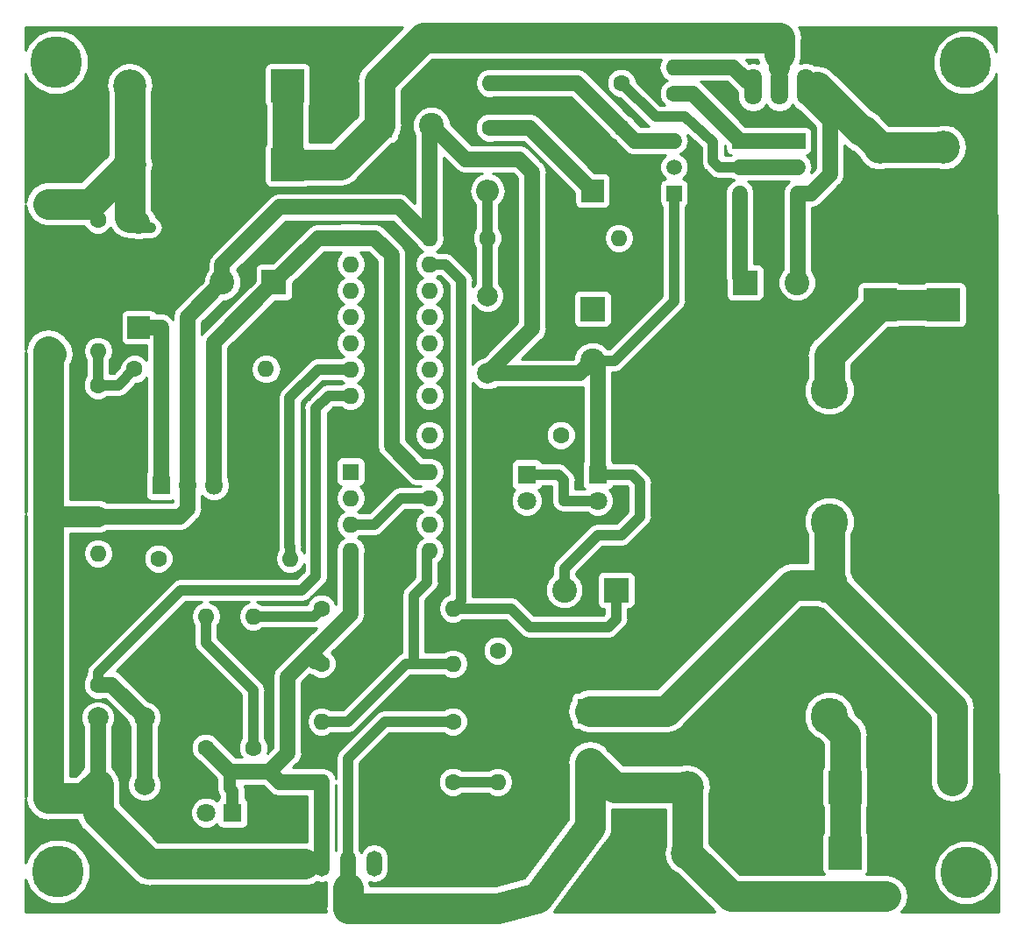
<source format=gbr>
%TF.GenerationSoftware,KiCad,Pcbnew,(5.0.0)*%
%TF.CreationDate,2018-11-17T18:39:48+09:00*%
%TF.ProjectId,16F676-mppt,3136463637362D6D7070742E6B696361,rev?*%
%TF.SameCoordinates,Original*%
%TF.FileFunction,Copper,L2,Bot,Signal*%
%TF.FilePolarity,Positive*%
%FSLAX46Y46*%
G04 Gerber Fmt 4.6, Leading zero omitted, Abs format (unit mm)*
G04 Created by KiCad (PCBNEW (5.0.0)) date 11/17/18 18:39:48*
%MOMM*%
%LPD*%
G01*
G04 APERTURE LIST*
%ADD10C,5.000000*%
%ADD11C,1.600000*%
%ADD12O,1.600000X1.600000*%
%ADD13R,1.600000X1.600000*%
%ADD14R,2.400000X2.400000*%
%ADD15C,2.400000*%
%ADD16C,2.000000*%
%ADD17R,3.200000X3.200000*%
%ADD18O,3.200000X3.200000*%
%ADD19R,2.200000X2.200000*%
%ADD20O,2.200000X2.200000*%
%ADD21R,1.800000X1.800000*%
%ADD22C,1.800000*%
%ADD23C,3.600000*%
%ADD24C,1.520000*%
%ADD25R,1.520000X1.520000*%
%ADD26O,1.800000X1.800000*%
%ADD27O,1.501140X2.499360*%
%ADD28O,1.699260X3.500120*%
%ADD29C,2.600000*%
%ADD30C,1.500000*%
%ADD31C,1.000000*%
%ADD32C,3.000000*%
%ADD33C,2.000000*%
%ADD34C,1.200000*%
%ADD35C,0.254000*%
G04 APERTURE END LIST*
D10*
X104409240Y-94604840D03*
D11*
X76184760Y-19314160D03*
D12*
X76184760Y-16774160D03*
D13*
X44958000Y-55880000D03*
D12*
X52578000Y-63500000D03*
X44958000Y-58420000D03*
X52578000Y-60960000D03*
X44958000Y-60960000D03*
X52578000Y-58420000D03*
X44958000Y-63500000D03*
X52578000Y-55880000D03*
D14*
X68072000Y-78994000D03*
D15*
X68072000Y-83994000D03*
D14*
X83058000Y-37592000D03*
D15*
X88058000Y-37592000D03*
D14*
X37561520Y-37551360D03*
D15*
X32561520Y-37551360D03*
D16*
X58166000Y-38862000D03*
X58166000Y-46362000D03*
D14*
X70612000Y-67310000D03*
D15*
X65612000Y-67310000D03*
D14*
X68326000Y-40132000D03*
D15*
X68326000Y-45132000D03*
D14*
X47752000Y-22352000D03*
D15*
X52752000Y-22352000D03*
D17*
X102224840Y-39740840D03*
D18*
X102224840Y-24500840D03*
D17*
X92710000Y-86360000D03*
D18*
X77470000Y-86360000D03*
D19*
X68326000Y-28702000D03*
D20*
X58166000Y-28702000D03*
D21*
X33548320Y-88833960D03*
D22*
X31008320Y-88833960D03*
D19*
X24516080Y-41925240D03*
D20*
X24516080Y-31765240D03*
D17*
X38862000Y-26162000D03*
D18*
X23622000Y-26162000D03*
D17*
X38862000Y-18542000D03*
D18*
X23622000Y-18542000D03*
D21*
X61976000Y-56134000D03*
D22*
X61976000Y-58674000D03*
D21*
X68834000Y-56134000D03*
D22*
X68834000Y-58674000D03*
D17*
X96072960Y-39740840D03*
D18*
X96072960Y-24500840D03*
D17*
X92710000Y-92710000D03*
D18*
X77470000Y-92710000D03*
D23*
X91186000Y-79502000D03*
X91186000Y-66802000D03*
X91186000Y-48006000D03*
X91186000Y-60706000D03*
D24*
X76200000Y-26416000D03*
X76200000Y-23876000D03*
D25*
X76200000Y-28956000D03*
D24*
X82550000Y-26416000D03*
X82550000Y-28956000D03*
D25*
X82550000Y-23876000D03*
D24*
X88138000Y-26416000D03*
X88138000Y-28956000D03*
D25*
X88138000Y-23876000D03*
D11*
X30988000Y-82550000D03*
D12*
X30988000Y-69850000D03*
D11*
X42164000Y-74422000D03*
D12*
X54864000Y-74422000D03*
D11*
X54864000Y-85852000D03*
D12*
X42164000Y-85852000D03*
D11*
X59182000Y-73152000D03*
D12*
X59182000Y-85852000D03*
D11*
X20574000Y-31496000D03*
D12*
X20574000Y-44196000D03*
D11*
X26416000Y-64262000D03*
D12*
X39116000Y-64262000D03*
D11*
X65278000Y-52324000D03*
D12*
X52578000Y-52324000D03*
D11*
X24089360Y-45953680D03*
D12*
X36789360Y-45953680D03*
D11*
X58420000Y-22606000D03*
D12*
X71120000Y-22606000D03*
D11*
X71120000Y-18288000D03*
D12*
X58420000Y-18288000D03*
D11*
X42164000Y-69088000D03*
D12*
X54864000Y-69088000D03*
D11*
X20574000Y-47498000D03*
D12*
X20574000Y-60198000D03*
D11*
X54864000Y-80010000D03*
D12*
X42164000Y-80010000D03*
D11*
X58166000Y-33274000D03*
D12*
X70866000Y-33274000D03*
D11*
X35560000Y-82550000D03*
D12*
X35560000Y-69850000D03*
D11*
X20574000Y-76454000D03*
D12*
X20574000Y-63754000D03*
D16*
X25048600Y-86126320D03*
X20548600Y-86126320D03*
X25048600Y-79626320D03*
X20548600Y-79626320D03*
D21*
X26670000Y-57150000D03*
D26*
X29210000Y-57150000D03*
X31750000Y-57150000D03*
D13*
X44958000Y-33274000D03*
D12*
X52578000Y-48514000D03*
X44958000Y-35814000D03*
X52578000Y-45974000D03*
X44958000Y-38354000D03*
X52578000Y-43434000D03*
X44958000Y-40894000D03*
X52578000Y-40894000D03*
X44958000Y-43434000D03*
X52578000Y-38354000D03*
X44958000Y-45974000D03*
X52578000Y-35814000D03*
X44958000Y-48514000D03*
X52578000Y-33274000D03*
D10*
X16657320Y-94493080D03*
X104363520Y-16327120D03*
X16510000Y-16256000D03*
D27*
X44704000Y-93726000D03*
X47244000Y-93726000D03*
X42164000Y-93726000D03*
D28*
X86365080Y-18699480D03*
X83825080Y-18699480D03*
X88905080Y-18699480D03*
D29*
X15748000Y-29972000D03*
X15748000Y-44196000D03*
X103057960Y-85679280D03*
X96611440Y-96921320D03*
D30*
X82550000Y-37084000D02*
X83058000Y-37592000D01*
X82550000Y-28956000D02*
X82550000Y-37084000D01*
X62230000Y-22606000D02*
X58420000Y-22606000D01*
X68326000Y-28702000D02*
X62230000Y-22606000D01*
D31*
X89408000Y-28956000D02*
X90678000Y-27686000D01*
D30*
X88905080Y-19599910D02*
X88905080Y-18699480D01*
X91254710Y-21949540D02*
X88905080Y-19599910D01*
X91254710Y-27109290D02*
X91254710Y-21949540D01*
X90678000Y-27686000D02*
X91254710Y-27109290D01*
X88138000Y-37512000D02*
X88058000Y-37592000D01*
X88138000Y-28956000D02*
X88138000Y-37512000D01*
X89408000Y-28956000D02*
X91254710Y-27109290D01*
X88138000Y-28956000D02*
X89408000Y-28956000D01*
D32*
X102224840Y-24500840D02*
X96072960Y-24500840D01*
X94472961Y-22900841D02*
X94244361Y-22900841D01*
X96072960Y-24500840D02*
X94472961Y-22900841D01*
X94244361Y-22900841D02*
X90043000Y-18699480D01*
D31*
X58166000Y-33274000D02*
X58166000Y-38862000D01*
X58166000Y-33274000D02*
X58166000Y-28702000D01*
D30*
X31750000Y-43362880D02*
X37561520Y-37551360D01*
X31750000Y-57150000D02*
X31750000Y-43362880D01*
X41838880Y-33274000D02*
X37561520Y-37551360D01*
X44958000Y-33274000D02*
X41838880Y-33274000D01*
X48910240Y-34926240D02*
X48910240Y-53343610D01*
X47258000Y-33274000D02*
X48910240Y-34926240D01*
X44958000Y-33274000D02*
X47258000Y-33274000D01*
X51446630Y-55880000D02*
X48910240Y-53343610D01*
X52578000Y-55880000D02*
X51446630Y-55880000D01*
D31*
X54864000Y-69088000D02*
X60452000Y-69088000D01*
X70612000Y-70104000D02*
X70612000Y-67310000D01*
X69850000Y-70866000D02*
X70612000Y-70104000D01*
X62230000Y-70866000D02*
X69850000Y-70866000D01*
X60452000Y-69088000D02*
X62230000Y-70866000D01*
X52578000Y-35814000D02*
X54102000Y-35814000D01*
X55626000Y-68326000D02*
X54864000Y-69088000D01*
X55626000Y-37338000D02*
X55626000Y-68326000D01*
X54102000Y-35814000D02*
X55626000Y-37338000D01*
D32*
X38862000Y-26162000D02*
X43942000Y-26162000D01*
X43942000Y-26162000D02*
X47752000Y-22352000D01*
X38862000Y-18542000D02*
X38862000Y-26162000D01*
X47752000Y-18152000D02*
X51961990Y-13942010D01*
X47752000Y-22352000D02*
X47752000Y-18152000D01*
X51961990Y-13942010D02*
X86365080Y-13942010D01*
D30*
X86365080Y-16885920D02*
X86365080Y-18699480D01*
D32*
X86365080Y-13942010D02*
X86365080Y-15529560D01*
D33*
X86365080Y-15529560D02*
X86365080Y-16885920D01*
D32*
X91186000Y-79502000D02*
X91186000Y-79756000D01*
X91186000Y-79756000D02*
X92710000Y-81280000D01*
X92710000Y-81280000D02*
X92710000Y-86360000D01*
X92710000Y-86360000D02*
X92710000Y-92710000D01*
X91186000Y-44627800D02*
X96072960Y-39740840D01*
X91186000Y-48006000D02*
X91186000Y-44627800D01*
X102224840Y-39740840D02*
X96072960Y-39740840D01*
D30*
X24516080Y-41925240D02*
X26616080Y-41925240D01*
X26670000Y-41979160D02*
X26670000Y-57150000D01*
X26616080Y-41925240D02*
X26670000Y-41979160D01*
D31*
X61976000Y-56134000D02*
X65024000Y-56134000D01*
X65532000Y-58674000D02*
X68834000Y-58674000D01*
X65532000Y-56642000D02*
X65532000Y-58674000D01*
X65024000Y-56134000D02*
X65532000Y-56642000D01*
D30*
X81899760Y-16774160D02*
X76184760Y-16774160D01*
X83825080Y-18699480D02*
X81899760Y-16774160D01*
X72390000Y-23876000D02*
X71120000Y-22606000D01*
X76200000Y-23876000D02*
X72390000Y-23876000D01*
X66802000Y-18288000D02*
X58420000Y-18288000D01*
X71120000Y-22606000D02*
X66802000Y-18288000D01*
D31*
X80502760Y-26416000D02*
X82550000Y-26416000D01*
X79954120Y-25867360D02*
X80502760Y-26416000D01*
X79959200Y-24038560D02*
X79954120Y-25867360D01*
X77241400Y-21579840D02*
X79959200Y-24038560D01*
X71120000Y-18288000D02*
X74416920Y-21584920D01*
X74416920Y-21584920D02*
X77241400Y-21579840D01*
D30*
X82550000Y-26416000D02*
X88138000Y-26416000D01*
D31*
X35560000Y-82550000D02*
X35560000Y-76962000D01*
X30988000Y-72390000D02*
X30988000Y-69850000D01*
X35560000Y-76962000D02*
X30988000Y-72390000D01*
X52324000Y-63500000D02*
X52324000Y-66548000D01*
X51054000Y-67818000D02*
X51054000Y-74422000D01*
X52324000Y-66548000D02*
X51054000Y-67818000D01*
X42164000Y-80010000D02*
X44704000Y-80010000D01*
X50292000Y-74422000D02*
X51054000Y-74422000D01*
X51054000Y-74422000D02*
X54864000Y-74422000D01*
X44704000Y-80010000D02*
X50292000Y-74422000D01*
X59182000Y-85852000D02*
X54864000Y-85852000D01*
X44704000Y-60960000D02*
X47244000Y-60960000D01*
X49784000Y-58420000D02*
X52324000Y-58420000D01*
X47244000Y-60960000D02*
X49784000Y-58420000D01*
X20574000Y-44196000D02*
X20574000Y-47498000D01*
X22545040Y-47498000D02*
X24089360Y-45953680D01*
X20574000Y-47498000D02*
X22545040Y-47498000D01*
X39116000Y-63130630D02*
X39080440Y-63095070D01*
X39116000Y-64262000D02*
X39116000Y-63130630D01*
X39080440Y-63095070D02*
X39080440Y-48712120D01*
X41818560Y-45974000D02*
X44958000Y-45974000D01*
X39080440Y-48712120D02*
X41818560Y-45974000D01*
X35560000Y-69850000D02*
X41402000Y-69850000D01*
X41402000Y-69850000D02*
X42164000Y-69088000D01*
X20574000Y-75322630D02*
X28571390Y-67325240D01*
X20574000Y-76454000D02*
X20574000Y-75322630D01*
X28571390Y-67325240D02*
X40233600Y-67325240D01*
X40233600Y-67325240D02*
X41595040Y-65963800D01*
X41595040Y-65963800D02*
X41595040Y-49748440D01*
X42829480Y-48514000D02*
X44958000Y-48514000D01*
X41595040Y-49748440D02*
X42829480Y-48514000D01*
D30*
X25048600Y-79626320D02*
X25048600Y-86126320D01*
X21876280Y-76454000D02*
X25048600Y-79626320D01*
X20574000Y-76454000D02*
X21876280Y-76454000D01*
D32*
X91186000Y-66802000D02*
X87630000Y-66802000D01*
X75438000Y-78994000D02*
X68072000Y-78994000D01*
X87630000Y-66802000D02*
X75438000Y-78994000D01*
X91186000Y-60706000D02*
X91186000Y-66802000D01*
X103057960Y-78673960D02*
X91186000Y-66802000D01*
X103057960Y-85679280D02*
X103057960Y-78673960D01*
X77470000Y-86360000D02*
X70438000Y-86360000D01*
X70438000Y-86360000D02*
X68072000Y-83994000D01*
X68072000Y-90170000D02*
X68072000Y-83994000D01*
X77470000Y-86360000D02*
X77470000Y-92710000D01*
D31*
X48260000Y-80010000D02*
X54864000Y-80010000D01*
D32*
X59182000Y-98044000D02*
X62992000Y-97028000D01*
X62992000Y-97028000D02*
X68072000Y-90170000D01*
X44704000Y-98044000D02*
X59182000Y-98044000D01*
D31*
X44704000Y-98044000D02*
X44450000Y-98298000D01*
X44704000Y-93726000D02*
X44704000Y-83566000D01*
X44704000Y-83566000D02*
X48260000Y-80010000D01*
D32*
X44704000Y-98044000D02*
X44704000Y-96128840D01*
D30*
X44704000Y-93726000D02*
X44704000Y-96128840D01*
D32*
X81681320Y-96921320D02*
X77470000Y-92710000D01*
X96611440Y-96921320D02*
X81681320Y-96921320D01*
D31*
X76200000Y-28956000D02*
X76200000Y-39370000D01*
X70438000Y-45132000D02*
X75692000Y-39878000D01*
X70438000Y-45132000D02*
X68326000Y-45132000D01*
X76200000Y-39370000D02*
X75692000Y-39878000D01*
X65612000Y-67310000D02*
X65612000Y-65198000D01*
X72136000Y-56134000D02*
X68834000Y-56134000D01*
X72898000Y-56896000D02*
X72136000Y-56134000D01*
X72898000Y-60198000D02*
X72898000Y-56896000D01*
X71120000Y-61976000D02*
X72898000Y-60198000D01*
X68834000Y-61976000D02*
X71120000Y-61976000D01*
X65612000Y-65198000D02*
X68834000Y-61976000D01*
X42164000Y-74422000D02*
X41402000Y-74422000D01*
X41402000Y-74422000D02*
X40767000Y-73787000D01*
X44704000Y-63500000D02*
X44704000Y-69850000D01*
X44704000Y-69850000D02*
X40767000Y-73787000D01*
X40767000Y-73787000D02*
X38862000Y-75692000D01*
D32*
X16002000Y-44450000D02*
X15748000Y-44196000D01*
D33*
X16002000Y-60198000D02*
X15748000Y-60452000D01*
X20574000Y-60198000D02*
X16002000Y-60198000D01*
D30*
X28448000Y-60198000D02*
X29210000Y-59436000D01*
X20574000Y-60198000D02*
X28448000Y-60198000D01*
X29210000Y-57150000D02*
X29210000Y-59436000D01*
X29210000Y-40902880D02*
X29210000Y-57150000D01*
X32561520Y-37551360D02*
X29210000Y-40902880D01*
X49601120Y-30297120D02*
X38118704Y-30297120D01*
X52578000Y-33274000D02*
X49601120Y-30297120D01*
X32561520Y-35854304D02*
X38118704Y-30297120D01*
X32561520Y-37551360D02*
X32561520Y-35854304D01*
X52578000Y-22526000D02*
X52752000Y-22352000D01*
X52578000Y-33274000D02*
X52578000Y-22526000D01*
X56054000Y-25654000D02*
X52752000Y-22352000D01*
X61214000Y-25654000D02*
X56054000Y-25654000D01*
X62484000Y-26924000D02*
X61214000Y-25654000D01*
X58166000Y-46362000D02*
X62484000Y-42044000D01*
X62484000Y-42044000D02*
X62484000Y-26924000D01*
X67096000Y-46362000D02*
X68326000Y-45132000D01*
X58166000Y-46362000D02*
X67096000Y-46362000D01*
X68834000Y-45640000D02*
X68326000Y-45132000D01*
X68834000Y-56134000D02*
X68834000Y-45640000D01*
X38100000Y-85852000D02*
X37084000Y-84836000D01*
X42164000Y-85852000D02*
X38100000Y-85852000D01*
X33274000Y-84836000D02*
X30988000Y-82550000D01*
X37084000Y-84836000D02*
X33274000Y-84836000D01*
X38862000Y-83058000D02*
X38862000Y-75692000D01*
X37084000Y-84836000D02*
X38862000Y-83058000D01*
X38862000Y-75692000D02*
X44704000Y-69850000D01*
X44958000Y-69596000D02*
X44958000Y-63500000D01*
X44704000Y-69850000D02*
X44958000Y-69596000D01*
X42164000Y-74422000D02*
X41364001Y-73622001D01*
D34*
X33274000Y-86459640D02*
X33274000Y-84836000D01*
X33548320Y-86733960D02*
X33274000Y-86459640D01*
X33548320Y-88833960D02*
X33548320Y-86733960D01*
D32*
X19248120Y-87426800D02*
X20548600Y-86126320D01*
X15748000Y-87426800D02*
X19248120Y-87426800D01*
X20548600Y-86126320D02*
X20548600Y-88823800D01*
X20548600Y-88823800D02*
X25501600Y-93776800D01*
X25501600Y-93776800D02*
X40497760Y-93776800D01*
D30*
X42113200Y-93776800D02*
X42164000Y-93726000D01*
X40497760Y-93776800D02*
X42113200Y-93776800D01*
X42164000Y-85852000D02*
X42164000Y-93726000D01*
X20548600Y-79626320D02*
X20548600Y-86126320D01*
D32*
X15748000Y-59944000D02*
X15748000Y-44196000D01*
X16002000Y-60198000D02*
X15748000Y-59944000D01*
X15748000Y-44196000D02*
X15748000Y-64805560D01*
X15748000Y-60452000D02*
X15748000Y-64805560D01*
X15748000Y-64805560D02*
X15748000Y-87426800D01*
X15748000Y-44196000D02*
X15748000Y-87426800D01*
D31*
X20574000Y-31496000D02*
X20574000Y-31242000D01*
X20574000Y-31242000D02*
X19304000Y-29972000D01*
X25654000Y-32258000D02*
X24892000Y-32258000D01*
X24892000Y-32258000D02*
X23622000Y-30988000D01*
D32*
X15748000Y-29972000D02*
X19304000Y-29972000D01*
X19304000Y-29972000D02*
X19812000Y-29972000D01*
X19812000Y-29972000D02*
X23622000Y-26162000D01*
X23622000Y-26162000D02*
X23622000Y-30988000D01*
X23622000Y-30988000D02*
X23622000Y-31242000D01*
X23622000Y-26162000D02*
X23622000Y-18542000D01*
D30*
X77988160Y-19314160D02*
X82550000Y-23876000D01*
X76184760Y-19314160D02*
X77988160Y-19314160D01*
X82550000Y-23876000D02*
X88138000Y-23876000D01*
D35*
G36*
X107322628Y-15278119D02*
X107022084Y-14552541D01*
X107021642Y-14552247D01*
X107021244Y-14551285D01*
X106139355Y-13669396D01*
X106138393Y-13668998D01*
X106138099Y-13668556D01*
X105561970Y-13430235D01*
X104987110Y-13192120D01*
X104986339Y-13192120D01*
X104985628Y-13191826D01*
X104363097Y-13192120D01*
X103739930Y-13192120D01*
X103739219Y-13192415D01*
X103738448Y-13192415D01*
X102588941Y-13668556D01*
X102588647Y-13668998D01*
X102587685Y-13669396D01*
X101705796Y-14551285D01*
X101705398Y-14552247D01*
X101704956Y-14552541D01*
X101466635Y-15128670D01*
X101228520Y-15703530D01*
X101228520Y-15704301D01*
X101228226Y-15705012D01*
X101228520Y-16327120D01*
X101228520Y-16950710D01*
X101228815Y-16951421D01*
X101228815Y-16952192D01*
X101704956Y-18101699D01*
X101705398Y-18101993D01*
X101705796Y-18102955D01*
X102587685Y-18984844D01*
X102588647Y-18985242D01*
X102588941Y-18985684D01*
X103165070Y-19224005D01*
X103739930Y-19462120D01*
X103740701Y-19462120D01*
X103741412Y-19462414D01*
X104363943Y-19462120D01*
X104987110Y-19462120D01*
X104987821Y-19461825D01*
X104988592Y-19461825D01*
X106138099Y-18985684D01*
X106138393Y-18985242D01*
X106139355Y-18984844D01*
X107021244Y-18102955D01*
X107021642Y-18101993D01*
X107022084Y-18101699D01*
X107260405Y-17525570D01*
X107328789Y-17360477D01*
X107568624Y-98425000D01*
X98174455Y-98425000D01*
X98622566Y-97754356D01*
X98788267Y-96921320D01*
X98622566Y-96088284D01*
X98150689Y-95382071D01*
X97444476Y-94910194D01*
X96821719Y-94786320D01*
X94740106Y-94786320D01*
X94767809Y-94767809D01*
X94908157Y-94557765D01*
X94957440Y-94310000D01*
X94957440Y-93982732D01*
X101273946Y-93982732D01*
X101274240Y-94604840D01*
X101274240Y-95228430D01*
X101274535Y-95229141D01*
X101274535Y-95229912D01*
X101750676Y-96379419D01*
X101751118Y-96379713D01*
X101751516Y-96380675D01*
X102633405Y-97262564D01*
X102634367Y-97262962D01*
X102634661Y-97263404D01*
X103210790Y-97501725D01*
X103785650Y-97739840D01*
X103786421Y-97739840D01*
X103787132Y-97740134D01*
X104409663Y-97739840D01*
X105032830Y-97739840D01*
X105033541Y-97739545D01*
X105034312Y-97739545D01*
X106183819Y-97263404D01*
X106184113Y-97262962D01*
X106185075Y-97262564D01*
X107066964Y-96380675D01*
X107067362Y-96379713D01*
X107067804Y-96379419D01*
X107306125Y-95803290D01*
X107544240Y-95228430D01*
X107544240Y-95227659D01*
X107544534Y-95226948D01*
X107544240Y-94604417D01*
X107544240Y-93981250D01*
X107543945Y-93980539D01*
X107543945Y-93979768D01*
X107067804Y-92830261D01*
X107067362Y-92829967D01*
X107066964Y-92829005D01*
X106185075Y-91947116D01*
X106184113Y-91946718D01*
X106183819Y-91946276D01*
X105607690Y-91707955D01*
X105032830Y-91469840D01*
X105032059Y-91469840D01*
X105031348Y-91469546D01*
X104408817Y-91469840D01*
X103785650Y-91469840D01*
X103784939Y-91470135D01*
X103784168Y-91470135D01*
X102634661Y-91946276D01*
X102634367Y-91946718D01*
X102633405Y-91947116D01*
X101751516Y-92829005D01*
X101751118Y-92829967D01*
X101750676Y-92830261D01*
X101512355Y-93406390D01*
X101274240Y-93981250D01*
X101274240Y-93982021D01*
X101273946Y-93982732D01*
X94957440Y-93982732D01*
X94957440Y-91110000D01*
X94908157Y-90862235D01*
X94845000Y-90767715D01*
X94845000Y-88302285D01*
X94908157Y-88207765D01*
X94957440Y-87960000D01*
X94957440Y-84760000D01*
X94908157Y-84512235D01*
X94845000Y-84417715D01*
X94845000Y-81490273D01*
X94886826Y-81279999D01*
X94845000Y-81069726D01*
X94845000Y-81069721D01*
X94721126Y-80446964D01*
X94249249Y-79740751D01*
X94070984Y-79621638D01*
X93621000Y-79171654D01*
X93621000Y-79017648D01*
X93250293Y-78122684D01*
X92565316Y-77437707D01*
X91670352Y-77067000D01*
X90701648Y-77067000D01*
X89806684Y-77437707D01*
X89121707Y-78122684D01*
X88751000Y-79017648D01*
X88751000Y-79986352D01*
X89121707Y-80881316D01*
X89806684Y-81566293D01*
X90097343Y-81686688D01*
X90575000Y-82164346D01*
X90575001Y-84417714D01*
X90511843Y-84512235D01*
X90462560Y-84760000D01*
X90462560Y-87960000D01*
X90511843Y-88207765D01*
X90575000Y-88302286D01*
X90575001Y-90767714D01*
X90511843Y-90862235D01*
X90462560Y-91110000D01*
X90462560Y-94310000D01*
X90511843Y-94557765D01*
X90652191Y-94767809D01*
X90679894Y-94786320D01*
X82565666Y-94786320D01*
X79605000Y-91825655D01*
X79605000Y-87082862D01*
X79748786Y-86360000D01*
X79575324Y-85487946D01*
X79081345Y-84748655D01*
X78342054Y-84254676D01*
X77690128Y-84125000D01*
X77249872Y-84125000D01*
X76747137Y-84225000D01*
X71322346Y-84225000D01*
X69730364Y-82633019D01*
X69611249Y-82454751D01*
X68905036Y-81982874D01*
X68072000Y-81817173D01*
X67242338Y-81982203D01*
X67238965Y-81982874D01*
X66532751Y-82454751D01*
X66060874Y-83160965D01*
X65895174Y-83994000D01*
X65937001Y-84204279D01*
X65937000Y-89465387D01*
X61720687Y-95157410D01*
X58902224Y-95909000D01*
X46837098Y-95909000D01*
X46764173Y-95542381D01*
X47244000Y-95637824D01*
X47784621Y-95530288D01*
X48242939Y-95224050D01*
X48549178Y-94765732D01*
X48629570Y-94361573D01*
X48629570Y-93090427D01*
X48549178Y-92686268D01*
X48242940Y-92227950D01*
X47784622Y-91921712D01*
X47244000Y-91814176D01*
X46703379Y-91921712D01*
X46245061Y-92227950D01*
X45974000Y-92633620D01*
X45839000Y-92431578D01*
X45839000Y-85566561D01*
X53429000Y-85566561D01*
X53429000Y-86137439D01*
X53647466Y-86664862D01*
X54051138Y-87068534D01*
X54578561Y-87287000D01*
X55149439Y-87287000D01*
X55676862Y-87068534D01*
X55758396Y-86987000D01*
X58297717Y-86987000D01*
X58622091Y-87203740D01*
X59040667Y-87287000D01*
X59323333Y-87287000D01*
X59741909Y-87203740D01*
X60216577Y-86886577D01*
X60533740Y-86411909D01*
X60645113Y-85852000D01*
X60533740Y-85292091D01*
X60216577Y-84817423D01*
X59741909Y-84500260D01*
X59323333Y-84417000D01*
X59040667Y-84417000D01*
X58622091Y-84500260D01*
X58297717Y-84717000D01*
X55758396Y-84717000D01*
X55676862Y-84635466D01*
X55149439Y-84417000D01*
X54578561Y-84417000D01*
X54051138Y-84635466D01*
X53647466Y-85039138D01*
X53429000Y-85566561D01*
X45839000Y-85566561D01*
X45839000Y-84036131D01*
X48730132Y-81145000D01*
X53969604Y-81145000D01*
X54051138Y-81226534D01*
X54578561Y-81445000D01*
X55149439Y-81445000D01*
X55676862Y-81226534D01*
X56080534Y-80822862D01*
X56299000Y-80295439D01*
X56299000Y-79724561D01*
X56080534Y-79197138D01*
X55877396Y-78994000D01*
X65895173Y-78994000D01*
X66060874Y-79827036D01*
X66224560Y-80072009D01*
X66224560Y-80194000D01*
X66273843Y-80441765D01*
X66414191Y-80651809D01*
X66624235Y-80792157D01*
X66872000Y-80841440D01*
X66993991Y-80841440D01*
X67238964Y-81005126D01*
X67861721Y-81129000D01*
X75227725Y-81129000D01*
X75438000Y-81170826D01*
X75648275Y-81129000D01*
X75648279Y-81129000D01*
X76271036Y-81005126D01*
X76977249Y-80533249D01*
X77096364Y-80354981D01*
X88514346Y-68937000D01*
X89977385Y-68937000D01*
X90530949Y-69166294D01*
X100922961Y-79558307D01*
X100922960Y-85889558D01*
X101046834Y-86512315D01*
X101518711Y-87218529D01*
X102224924Y-87690406D01*
X103057960Y-87856107D01*
X103890995Y-87690406D01*
X104597209Y-87218529D01*
X105069086Y-86512316D01*
X105192960Y-85889559D01*
X105192960Y-78884235D01*
X105234786Y-78673960D01*
X105192960Y-78463685D01*
X105192960Y-78463681D01*
X105069086Y-77840924D01*
X104597209Y-77134711D01*
X104418944Y-77015598D01*
X93550294Y-66146949D01*
X93321000Y-65593385D01*
X93321000Y-61914615D01*
X93621000Y-61190352D01*
X93621000Y-60221648D01*
X93250293Y-59326684D01*
X92565316Y-58641707D01*
X91670352Y-58271000D01*
X90701648Y-58271000D01*
X89806684Y-58641707D01*
X89121707Y-59326684D01*
X88751000Y-60221648D01*
X88751000Y-61190352D01*
X89051000Y-61914615D01*
X89051001Y-64667000D01*
X87840275Y-64667000D01*
X87630000Y-64625174D01*
X87419725Y-64667000D01*
X87419721Y-64667000D01*
X86796964Y-64790874D01*
X86090751Y-65262751D01*
X85971638Y-65441016D01*
X74553655Y-76859000D01*
X67861721Y-76859000D01*
X67238964Y-76982874D01*
X66993991Y-77146560D01*
X66872000Y-77146560D01*
X66624235Y-77195843D01*
X66414191Y-77336191D01*
X66273843Y-77546235D01*
X66224560Y-77794000D01*
X66224560Y-77915991D01*
X66060874Y-78160964D01*
X65895173Y-78994000D01*
X55877396Y-78994000D01*
X55676862Y-78793466D01*
X55149439Y-78575000D01*
X54578561Y-78575000D01*
X54051138Y-78793466D01*
X53969604Y-78875000D01*
X48371781Y-78875000D01*
X48259999Y-78852765D01*
X48148217Y-78875000D01*
X47817145Y-78940854D01*
X47441711Y-79191711D01*
X47378389Y-79286479D01*
X43980480Y-82684389D01*
X43885712Y-82747711D01*
X43758323Y-82938362D01*
X43634854Y-83123146D01*
X43546765Y-83566000D01*
X43569001Y-83677788D01*
X43569001Y-85559851D01*
X43515740Y-85292091D01*
X43198577Y-84817423D01*
X42723909Y-84500260D01*
X42305333Y-84417000D01*
X42022667Y-84417000D01*
X41771300Y-84467000D01*
X39411686Y-84467000D01*
X39744890Y-84133796D01*
X39860528Y-84056529D01*
X39937795Y-83940891D01*
X39937797Y-83940889D01*
X40166641Y-83598400D01*
X40274133Y-83058000D01*
X40247000Y-82921593D01*
X40247000Y-76265685D01*
X41011187Y-75501498D01*
X41264486Y-75551882D01*
X41351138Y-75638534D01*
X41878561Y-75857000D01*
X42449439Y-75857000D01*
X42976862Y-75638534D01*
X43380534Y-75234862D01*
X43599000Y-74707439D01*
X43599000Y-74136561D01*
X43380534Y-73609138D01*
X43142041Y-73370645D01*
X45779797Y-70732889D01*
X45779799Y-70732886D01*
X45840887Y-70671798D01*
X45956528Y-70594529D01*
X46262641Y-70136400D01*
X46343000Y-69732407D01*
X46343000Y-69732406D01*
X46370133Y-69596001D01*
X46343000Y-69459595D01*
X46343000Y-63892700D01*
X46421113Y-63500000D01*
X46309740Y-62940091D01*
X45992577Y-62465423D01*
X45640242Y-62230000D01*
X45842283Y-62095000D01*
X47132217Y-62095000D01*
X47244000Y-62117235D01*
X47355783Y-62095000D01*
X47686855Y-62029146D01*
X48062289Y-61778289D01*
X48125613Y-61683518D01*
X50254132Y-59555000D01*
X51693717Y-59555000D01*
X51895758Y-59690000D01*
X51543423Y-59925423D01*
X51226260Y-60400091D01*
X51114887Y-60960000D01*
X51226260Y-61519909D01*
X51543423Y-61994577D01*
X51895758Y-62230000D01*
X51543423Y-62465423D01*
X51226260Y-62940091D01*
X51114887Y-63500000D01*
X51189000Y-63872591D01*
X51189001Y-66077867D01*
X50330482Y-66936387D01*
X50235711Y-66999711D01*
X49990772Y-67366289D01*
X49984854Y-67375146D01*
X49896765Y-67818000D01*
X49919000Y-67929783D01*
X49919001Y-73338959D01*
X49849145Y-73352854D01*
X49473711Y-73603711D01*
X49410389Y-73698479D01*
X44233869Y-78875000D01*
X43048283Y-78875000D01*
X42723909Y-78658260D01*
X42305333Y-78575000D01*
X42022667Y-78575000D01*
X41604091Y-78658260D01*
X41129423Y-78975423D01*
X40812260Y-79450091D01*
X40700887Y-80010000D01*
X40812260Y-80569909D01*
X41129423Y-81044577D01*
X41604091Y-81361740D01*
X42022667Y-81445000D01*
X42305333Y-81445000D01*
X42723909Y-81361740D01*
X43048283Y-81145000D01*
X44592217Y-81145000D01*
X44704000Y-81167235D01*
X44815783Y-81145000D01*
X45146855Y-81079146D01*
X45522289Y-80828289D01*
X45585613Y-80733518D01*
X50762132Y-75557000D01*
X50942217Y-75557000D01*
X51054000Y-75579235D01*
X51165783Y-75557000D01*
X53979717Y-75557000D01*
X54304091Y-75773740D01*
X54722667Y-75857000D01*
X55005333Y-75857000D01*
X55423909Y-75773740D01*
X55898577Y-75456577D01*
X56215740Y-74981909D01*
X56327113Y-74422000D01*
X56215740Y-73862091D01*
X55898577Y-73387423D01*
X55423909Y-73070260D01*
X55005333Y-72987000D01*
X54722667Y-72987000D01*
X54304091Y-73070260D01*
X53979717Y-73287000D01*
X52189000Y-73287000D01*
X52189000Y-72866561D01*
X57747000Y-72866561D01*
X57747000Y-73437439D01*
X57965466Y-73964862D01*
X58369138Y-74368534D01*
X58896561Y-74587000D01*
X59467439Y-74587000D01*
X59994862Y-74368534D01*
X60398534Y-73964862D01*
X60617000Y-73437439D01*
X60617000Y-72866561D01*
X60398534Y-72339138D01*
X59994862Y-71935466D01*
X59467439Y-71717000D01*
X58896561Y-71717000D01*
X58369138Y-71935466D01*
X57965466Y-72339138D01*
X57747000Y-72866561D01*
X52189000Y-72866561D01*
X52189000Y-68288131D01*
X53047521Y-67429611D01*
X53142289Y-67366289D01*
X53393146Y-66990855D01*
X53427790Y-66816686D01*
X53481235Y-66548001D01*
X53459000Y-66436218D01*
X53459000Y-64637194D01*
X53612577Y-64534577D01*
X53929740Y-64059909D01*
X54041113Y-63500000D01*
X53929740Y-62940091D01*
X53612577Y-62465423D01*
X53260242Y-62230000D01*
X53612577Y-61994577D01*
X53929740Y-61519909D01*
X54041113Y-60960000D01*
X53929740Y-60400091D01*
X53612577Y-59925423D01*
X53260242Y-59690000D01*
X53612577Y-59454577D01*
X53929740Y-58979909D01*
X54041113Y-58420000D01*
X53929740Y-57860091D01*
X53612577Y-57385423D01*
X53260242Y-57150000D01*
X53612577Y-56914577D01*
X53929740Y-56439909D01*
X54041113Y-55880000D01*
X53929740Y-55320091D01*
X53612577Y-54845423D01*
X53137909Y-54528260D01*
X52719333Y-54445000D01*
X52436667Y-54445000D01*
X52185300Y-54495000D01*
X52020316Y-54495000D01*
X50295240Y-52769925D01*
X50295240Y-52324000D01*
X51114887Y-52324000D01*
X51226260Y-52883909D01*
X51543423Y-53358577D01*
X52018091Y-53675740D01*
X52436667Y-53759000D01*
X52719333Y-53759000D01*
X53137909Y-53675740D01*
X53612577Y-53358577D01*
X53929740Y-52883909D01*
X54041113Y-52324000D01*
X53929740Y-51764091D01*
X53612577Y-51289423D01*
X53137909Y-50972260D01*
X52719333Y-50889000D01*
X52436667Y-50889000D01*
X52018091Y-50972260D01*
X51543423Y-51289423D01*
X51226260Y-51764091D01*
X51114887Y-52324000D01*
X50295240Y-52324000D01*
X50295240Y-35062645D01*
X50322373Y-34926239D01*
X50271833Y-34672157D01*
X50214881Y-34385840D01*
X50130932Y-34260202D01*
X49986037Y-34043351D01*
X49986035Y-34043349D01*
X49908768Y-33927711D01*
X49793130Y-33850444D01*
X48333799Y-32391114D01*
X48256529Y-32275471D01*
X47798400Y-31969359D01*
X47394407Y-31889000D01*
X47258000Y-31861867D01*
X47121593Y-31889000D01*
X46025456Y-31889000D01*
X46005765Y-31875843D01*
X45758000Y-31826560D01*
X44158000Y-31826560D01*
X43910235Y-31875843D01*
X43890544Y-31889000D01*
X41975287Y-31889000D01*
X41838880Y-31861867D01*
X41702473Y-31889000D01*
X41298480Y-31969359D01*
X40840351Y-32275471D01*
X40763083Y-32391111D01*
X37450275Y-35703920D01*
X36361520Y-35703920D01*
X36113755Y-35753203D01*
X35903711Y-35893551D01*
X35763363Y-36103595D01*
X35714080Y-36351360D01*
X35714080Y-37440115D01*
X30867113Y-42287082D01*
X30751472Y-42364351D01*
X30674203Y-42479992D01*
X30595000Y-42598528D01*
X30595000Y-41476565D01*
X32685206Y-39386360D01*
X32926524Y-39386360D01*
X33600964Y-39106998D01*
X34117158Y-38590804D01*
X34396520Y-37916364D01*
X34396520Y-37186356D01*
X34117158Y-36511916D01*
X33989876Y-36384634D01*
X38692390Y-31682120D01*
X49027435Y-31682120D01*
X51320977Y-33975663D01*
X51543423Y-34308577D01*
X51895758Y-34544000D01*
X51543423Y-34779423D01*
X51226260Y-35254091D01*
X51114887Y-35814000D01*
X51226260Y-36373909D01*
X51543423Y-36848577D01*
X51895758Y-37084000D01*
X51543423Y-37319423D01*
X51226260Y-37794091D01*
X51114887Y-38354000D01*
X51226260Y-38913909D01*
X51543423Y-39388577D01*
X51895758Y-39624000D01*
X51543423Y-39859423D01*
X51226260Y-40334091D01*
X51114887Y-40894000D01*
X51226260Y-41453909D01*
X51543423Y-41928577D01*
X51895758Y-42164000D01*
X51543423Y-42399423D01*
X51226260Y-42874091D01*
X51114887Y-43434000D01*
X51226260Y-43993909D01*
X51543423Y-44468577D01*
X51895758Y-44704000D01*
X51543423Y-44939423D01*
X51226260Y-45414091D01*
X51114887Y-45974000D01*
X51226260Y-46533909D01*
X51543423Y-47008577D01*
X51895758Y-47244000D01*
X51543423Y-47479423D01*
X51226260Y-47954091D01*
X51114887Y-48514000D01*
X51226260Y-49073909D01*
X51543423Y-49548577D01*
X52018091Y-49865740D01*
X52436667Y-49949000D01*
X52719333Y-49949000D01*
X53137909Y-49865740D01*
X53612577Y-49548577D01*
X53929740Y-49073909D01*
X54041113Y-48514000D01*
X53929740Y-47954091D01*
X53612577Y-47479423D01*
X53260242Y-47244000D01*
X53612577Y-47008577D01*
X53929740Y-46533909D01*
X54041113Y-45974000D01*
X53929740Y-45414091D01*
X53612577Y-44939423D01*
X53260242Y-44704000D01*
X53612577Y-44468577D01*
X53929740Y-43993909D01*
X54041113Y-43434000D01*
X53929740Y-42874091D01*
X53612577Y-42399423D01*
X53260242Y-42164000D01*
X53612577Y-41928577D01*
X53929740Y-41453909D01*
X54041113Y-40894000D01*
X53929740Y-40334091D01*
X53612577Y-39859423D01*
X53260242Y-39624000D01*
X53612577Y-39388577D01*
X53929740Y-38913909D01*
X54041113Y-38354000D01*
X53929740Y-37794091D01*
X53612577Y-37319423D01*
X53260242Y-37084000D01*
X53462283Y-36949000D01*
X53631869Y-36949000D01*
X54491000Y-37808133D01*
X54491001Y-67699081D01*
X54304091Y-67736260D01*
X53829423Y-68053423D01*
X53512260Y-68528091D01*
X53400887Y-69088000D01*
X53512260Y-69647909D01*
X53829423Y-70122577D01*
X54304091Y-70439740D01*
X54722667Y-70523000D01*
X55005333Y-70523000D01*
X55423909Y-70439740D01*
X55748283Y-70223000D01*
X59981869Y-70223000D01*
X61348389Y-71589521D01*
X61411711Y-71684289D01*
X61787145Y-71935146D01*
X62230000Y-72023235D01*
X62341783Y-72001000D01*
X69738217Y-72001000D01*
X69850000Y-72023235D01*
X69961783Y-72001000D01*
X70292855Y-71935146D01*
X70668289Y-71684289D01*
X70731613Y-71589519D01*
X71335521Y-70985611D01*
X71430289Y-70922289D01*
X71681146Y-70546855D01*
X71729346Y-70304534D01*
X71769235Y-70104000D01*
X71747000Y-69992217D01*
X71747000Y-69157440D01*
X71812000Y-69157440D01*
X72059765Y-69108157D01*
X72269809Y-68967809D01*
X72410157Y-68757765D01*
X72459440Y-68510000D01*
X72459440Y-66110000D01*
X72410157Y-65862235D01*
X72269809Y-65652191D01*
X72059765Y-65511843D01*
X71812000Y-65462560D01*
X69412000Y-65462560D01*
X69164235Y-65511843D01*
X68954191Y-65652191D01*
X68813843Y-65862235D01*
X68764560Y-66110000D01*
X68764560Y-68510000D01*
X68813843Y-68757765D01*
X68954191Y-68967809D01*
X69164235Y-69108157D01*
X69412000Y-69157440D01*
X69477000Y-69157440D01*
X69477000Y-69633868D01*
X69379869Y-69731000D01*
X62700132Y-69731000D01*
X61333613Y-68364482D01*
X61270289Y-68269711D01*
X60894855Y-68018854D01*
X60563783Y-67953000D01*
X60452000Y-67930765D01*
X60340217Y-67953000D01*
X56761000Y-67953000D01*
X56761000Y-52038561D01*
X63843000Y-52038561D01*
X63843000Y-52609439D01*
X64061466Y-53136862D01*
X64465138Y-53540534D01*
X64992561Y-53759000D01*
X65563439Y-53759000D01*
X66090862Y-53540534D01*
X66494534Y-53136862D01*
X66713000Y-52609439D01*
X66713000Y-52038561D01*
X66494534Y-51511138D01*
X66090862Y-51107466D01*
X65563439Y-50889000D01*
X64992561Y-50889000D01*
X64465138Y-51107466D01*
X64061466Y-51511138D01*
X63843000Y-52038561D01*
X56761000Y-52038561D01*
X56761000Y-47242491D01*
X56779914Y-47288153D01*
X57239847Y-47748086D01*
X57840778Y-47997000D01*
X58491222Y-47997000D01*
X59092153Y-47748086D01*
X59093239Y-47747000D01*
X66959593Y-47747000D01*
X67096000Y-47774133D01*
X67232407Y-47747000D01*
X67449001Y-47703917D01*
X67449000Y-54816885D01*
X67335843Y-54986235D01*
X67286560Y-55234000D01*
X67286560Y-57034000D01*
X67335843Y-57281765D01*
X67476191Y-57491809D01*
X67546817Y-57539000D01*
X66667000Y-57539000D01*
X66667000Y-56753781D01*
X66689235Y-56641999D01*
X66651669Y-56453145D01*
X66601146Y-56199145D01*
X66350289Y-55823711D01*
X66255521Y-55760389D01*
X65905612Y-55410481D01*
X65842289Y-55315711D01*
X65466855Y-55064854D01*
X65135783Y-54999000D01*
X65024000Y-54976765D01*
X64912217Y-54999000D01*
X63476696Y-54999000D01*
X63474157Y-54986235D01*
X63333809Y-54776191D01*
X63123765Y-54635843D01*
X62876000Y-54586560D01*
X61076000Y-54586560D01*
X60828235Y-54635843D01*
X60618191Y-54776191D01*
X60477843Y-54986235D01*
X60428560Y-55234000D01*
X60428560Y-57034000D01*
X60477843Y-57281765D01*
X60618191Y-57491809D01*
X60828235Y-57632157D01*
X60843908Y-57635275D01*
X60674690Y-57804493D01*
X60441000Y-58368670D01*
X60441000Y-58979330D01*
X60674690Y-59543507D01*
X61106493Y-59975310D01*
X61670670Y-60209000D01*
X62281330Y-60209000D01*
X62845507Y-59975310D01*
X63277310Y-59543507D01*
X63511000Y-58979330D01*
X63511000Y-58368670D01*
X63277310Y-57804493D01*
X63108092Y-57635275D01*
X63123765Y-57632157D01*
X63333809Y-57491809D01*
X63474157Y-57281765D01*
X63476696Y-57269000D01*
X64397000Y-57269000D01*
X64397001Y-58562212D01*
X64374765Y-58674000D01*
X64462854Y-59116855D01*
X64713711Y-59492289D01*
X65089145Y-59743146D01*
X65420217Y-59809000D01*
X65532000Y-59831235D01*
X65643783Y-59809000D01*
X67798183Y-59809000D01*
X67964493Y-59975310D01*
X68528670Y-60209000D01*
X69139330Y-60209000D01*
X69703507Y-59975310D01*
X70135310Y-59543507D01*
X70369000Y-58979330D01*
X70369000Y-58368670D01*
X70135310Y-57804493D01*
X69966092Y-57635275D01*
X69981765Y-57632157D01*
X70191809Y-57491809D01*
X70332157Y-57281765D01*
X70334696Y-57269000D01*
X71665869Y-57269000D01*
X71763001Y-57366132D01*
X71763000Y-59727868D01*
X70649869Y-60841000D01*
X68945782Y-60841000D01*
X68833999Y-60818765D01*
X68391145Y-60906854D01*
X68015711Y-61157711D01*
X67952389Y-61252479D01*
X64888480Y-64316389D01*
X64793712Y-64379711D01*
X64690234Y-64534577D01*
X64542854Y-64755146D01*
X64454765Y-65198000D01*
X64477001Y-65309788D01*
X64477001Y-65849917D01*
X64056362Y-66270556D01*
X63777000Y-66944996D01*
X63777000Y-67675004D01*
X64056362Y-68349444D01*
X64572556Y-68865638D01*
X65246996Y-69145000D01*
X65977004Y-69145000D01*
X66651444Y-68865638D01*
X67167638Y-68349444D01*
X67447000Y-67675004D01*
X67447000Y-66944996D01*
X67167638Y-66270556D01*
X66747000Y-65849918D01*
X66747000Y-65668131D01*
X69304132Y-63111000D01*
X71008217Y-63111000D01*
X71120000Y-63133235D01*
X71231783Y-63111000D01*
X71562855Y-63045146D01*
X71938289Y-62794289D01*
X72001613Y-62699518D01*
X73621521Y-61079611D01*
X73716289Y-61016289D01*
X73967146Y-60640855D01*
X74033000Y-60309783D01*
X74033000Y-60309782D01*
X74055235Y-60198000D01*
X74033000Y-60086217D01*
X74033000Y-57007783D01*
X74055235Y-56896000D01*
X73967146Y-56453145D01*
X73845044Y-56270407D01*
X73716289Y-56077711D01*
X73621521Y-56014389D01*
X73017613Y-55410481D01*
X72954289Y-55315711D01*
X72578855Y-55064854D01*
X72247783Y-54999000D01*
X72136000Y-54976765D01*
X72024217Y-54999000D01*
X70334696Y-54999000D01*
X70332157Y-54986235D01*
X70219000Y-54816885D01*
X70219000Y-47521648D01*
X88751000Y-47521648D01*
X88751000Y-48490352D01*
X89121707Y-49385316D01*
X89806684Y-50070293D01*
X90701648Y-50441000D01*
X91670352Y-50441000D01*
X92565316Y-50070293D01*
X93250293Y-49385316D01*
X93621000Y-48490352D01*
X93621000Y-47521648D01*
X93321000Y-46797385D01*
X93321000Y-45512145D01*
X96844866Y-41988280D01*
X97672960Y-41988280D01*
X97920725Y-41938997D01*
X98015245Y-41875840D01*
X100282555Y-41875840D01*
X100377075Y-41938997D01*
X100624840Y-41988280D01*
X103824840Y-41988280D01*
X104072605Y-41938997D01*
X104282649Y-41798649D01*
X104422997Y-41588605D01*
X104472280Y-41340840D01*
X104472280Y-38140840D01*
X104422997Y-37893075D01*
X104282649Y-37683031D01*
X104072605Y-37542683D01*
X103824840Y-37493400D01*
X100624840Y-37493400D01*
X100377075Y-37542683D01*
X100282555Y-37605840D01*
X98015245Y-37605840D01*
X97920725Y-37542683D01*
X97672960Y-37493400D01*
X94472960Y-37493400D01*
X94225195Y-37542683D01*
X94015151Y-37683031D01*
X93874803Y-37893075D01*
X93825520Y-38140840D01*
X93825520Y-38968934D01*
X89825017Y-42969438D01*
X89646752Y-43088551D01*
X89527639Y-43266816D01*
X89527638Y-43266817D01*
X89174874Y-43794765D01*
X89136891Y-43985721D01*
X89051000Y-44417521D01*
X89051000Y-44417525D01*
X89009174Y-44627800D01*
X89051000Y-44838075D01*
X89051000Y-46797385D01*
X88751000Y-47521648D01*
X70219000Y-47521648D01*
X70219000Y-46267000D01*
X70326217Y-46267000D01*
X70438000Y-46289235D01*
X70549783Y-46267000D01*
X70880855Y-46201146D01*
X71256289Y-45950289D01*
X71319613Y-45855518D01*
X76573608Y-40601524D01*
X76573610Y-40601522D01*
X76923520Y-40251611D01*
X77018289Y-40188289D01*
X77269146Y-39812855D01*
X77335000Y-39481783D01*
X77357235Y-39370001D01*
X77335000Y-39258219D01*
X77335000Y-30229141D01*
X77417809Y-30173809D01*
X77558157Y-29963765D01*
X77607440Y-29716000D01*
X77607440Y-28196000D01*
X77558157Y-27948235D01*
X77417809Y-27738191D01*
X77207765Y-27597843D01*
X77026951Y-27561877D01*
X77382624Y-27206204D01*
X77595000Y-26693483D01*
X77595000Y-26138517D01*
X77382624Y-25625796D01*
X76990204Y-25233376D01*
X76787275Y-25149320D01*
X76813421Y-25131850D01*
X76990204Y-25058624D01*
X77125508Y-24923320D01*
X77198529Y-24874529D01*
X77247320Y-24801508D01*
X77382624Y-24666204D01*
X77455850Y-24489421D01*
X77504641Y-24416400D01*
X77521774Y-24330266D01*
X77595000Y-24153483D01*
X77595000Y-23962134D01*
X77612133Y-23876000D01*
X77595000Y-23789866D01*
X77595000Y-23598517D01*
X77521774Y-23421734D01*
X77507776Y-23351362D01*
X78822800Y-24541029D01*
X78819431Y-25754015D01*
X78796885Y-25867360D01*
X78840634Y-26087300D01*
X78883748Y-26307243D01*
X78884655Y-26308608D01*
X78884974Y-26310214D01*
X79009456Y-26496514D01*
X79133562Y-26683372D01*
X79229473Y-26747844D01*
X79621147Y-27139518D01*
X79684471Y-27234289D01*
X80009004Y-27451135D01*
X80059905Y-27485146D01*
X80502759Y-27573235D01*
X80614542Y-27551000D01*
X81712172Y-27551000D01*
X81759796Y-27598624D01*
X81936579Y-27671850D01*
X81957756Y-27686000D01*
X81936580Y-27700150D01*
X81759796Y-27773376D01*
X81624490Y-27908682D01*
X81551471Y-27957472D01*
X81502682Y-28030490D01*
X81367376Y-28165796D01*
X81294149Y-28342582D01*
X81245359Y-28415601D01*
X81228226Y-28501733D01*
X81155000Y-28678517D01*
X81155000Y-29233483D01*
X81165000Y-29257625D01*
X81165001Y-36947588D01*
X81137867Y-37084000D01*
X81210560Y-37449453D01*
X81210560Y-38792000D01*
X81259843Y-39039765D01*
X81400191Y-39249809D01*
X81610235Y-39390157D01*
X81858000Y-39439440D01*
X84258000Y-39439440D01*
X84505765Y-39390157D01*
X84715809Y-39249809D01*
X84856157Y-39039765D01*
X84905440Y-38792000D01*
X84905440Y-36392000D01*
X84856157Y-36144235D01*
X84715809Y-35934191D01*
X84505765Y-35793843D01*
X84258000Y-35744560D01*
X83935000Y-35744560D01*
X83935000Y-29257625D01*
X83945000Y-29233483D01*
X83945000Y-28678517D01*
X83871774Y-28501734D01*
X83854641Y-28415600D01*
X83805850Y-28342580D01*
X83732624Y-28165796D01*
X83597318Y-28030490D01*
X83548528Y-27957471D01*
X83475510Y-27908682D01*
X83367828Y-27801000D01*
X87320172Y-27801000D01*
X87212492Y-27908680D01*
X87139471Y-27957471D01*
X87090680Y-28030492D01*
X86955376Y-28165796D01*
X86882150Y-28342579D01*
X86833359Y-28415600D01*
X86816226Y-28501734D01*
X86743000Y-28678517D01*
X86743000Y-28869866D01*
X86725867Y-28956000D01*
X86743000Y-29042134D01*
X86743000Y-29233483D01*
X86753000Y-29257625D01*
X86753001Y-36301917D01*
X86502362Y-36552556D01*
X86223000Y-37226996D01*
X86223000Y-37957004D01*
X86502362Y-38631444D01*
X87018556Y-39147638D01*
X87692996Y-39427000D01*
X88423004Y-39427000D01*
X89097444Y-39147638D01*
X89613638Y-38631444D01*
X89893000Y-37957004D01*
X89893000Y-37226996D01*
X89613638Y-36552556D01*
X89523000Y-36461918D01*
X89523000Y-30345258D01*
X89544407Y-30341000D01*
X89948400Y-30260641D01*
X90406529Y-29954529D01*
X90483800Y-29838885D01*
X92137597Y-28185088D01*
X92253238Y-28107819D01*
X92559351Y-27649690D01*
X92639710Y-27245697D01*
X92639710Y-27245696D01*
X92666843Y-27109291D01*
X92639710Y-26972885D01*
X92639710Y-24342209D01*
X92705112Y-24440090D01*
X93411325Y-24911967D01*
X93478005Y-24925230D01*
X94052145Y-25499371D01*
X94461615Y-26112185D01*
X95200906Y-26606164D01*
X95852832Y-26735840D01*
X96293088Y-26735840D01*
X96795823Y-26635840D01*
X101501977Y-26635840D01*
X102004712Y-26735840D01*
X102444968Y-26735840D01*
X103096894Y-26606164D01*
X103836185Y-26112185D01*
X104330164Y-25372894D01*
X104503626Y-24500840D01*
X104330164Y-23628786D01*
X103836185Y-22889495D01*
X103096894Y-22395516D01*
X102444968Y-22265840D01*
X102004712Y-22265840D01*
X101501977Y-22365840D01*
X96957306Y-22365840D01*
X96131325Y-21539860D01*
X96012210Y-21361592D01*
X95305997Y-20889715D01*
X95239317Y-20876452D01*
X91403983Y-17041118D01*
X90876035Y-16688354D01*
X90043000Y-16522654D01*
X89753316Y-16580275D01*
X89484353Y-16400560D01*
X88905080Y-16285335D01*
X88354676Y-16394817D01*
X88376206Y-16362596D01*
X88500080Y-15739838D01*
X88500080Y-14152289D01*
X88541907Y-13942010D01*
X88376206Y-13108974D01*
X88221206Y-12877000D01*
X107315524Y-12877000D01*
X107322628Y-15278119D01*
X107322628Y-15278119D01*
G37*
X107322628Y-15278119D02*
X107022084Y-14552541D01*
X107021642Y-14552247D01*
X107021244Y-14551285D01*
X106139355Y-13669396D01*
X106138393Y-13668998D01*
X106138099Y-13668556D01*
X105561970Y-13430235D01*
X104987110Y-13192120D01*
X104986339Y-13192120D01*
X104985628Y-13191826D01*
X104363097Y-13192120D01*
X103739930Y-13192120D01*
X103739219Y-13192415D01*
X103738448Y-13192415D01*
X102588941Y-13668556D01*
X102588647Y-13668998D01*
X102587685Y-13669396D01*
X101705796Y-14551285D01*
X101705398Y-14552247D01*
X101704956Y-14552541D01*
X101466635Y-15128670D01*
X101228520Y-15703530D01*
X101228520Y-15704301D01*
X101228226Y-15705012D01*
X101228520Y-16327120D01*
X101228520Y-16950710D01*
X101228815Y-16951421D01*
X101228815Y-16952192D01*
X101704956Y-18101699D01*
X101705398Y-18101993D01*
X101705796Y-18102955D01*
X102587685Y-18984844D01*
X102588647Y-18985242D01*
X102588941Y-18985684D01*
X103165070Y-19224005D01*
X103739930Y-19462120D01*
X103740701Y-19462120D01*
X103741412Y-19462414D01*
X104363943Y-19462120D01*
X104987110Y-19462120D01*
X104987821Y-19461825D01*
X104988592Y-19461825D01*
X106138099Y-18985684D01*
X106138393Y-18985242D01*
X106139355Y-18984844D01*
X107021244Y-18102955D01*
X107021642Y-18101993D01*
X107022084Y-18101699D01*
X107260405Y-17525570D01*
X107328789Y-17360477D01*
X107568624Y-98425000D01*
X98174455Y-98425000D01*
X98622566Y-97754356D01*
X98788267Y-96921320D01*
X98622566Y-96088284D01*
X98150689Y-95382071D01*
X97444476Y-94910194D01*
X96821719Y-94786320D01*
X94740106Y-94786320D01*
X94767809Y-94767809D01*
X94908157Y-94557765D01*
X94957440Y-94310000D01*
X94957440Y-93982732D01*
X101273946Y-93982732D01*
X101274240Y-94604840D01*
X101274240Y-95228430D01*
X101274535Y-95229141D01*
X101274535Y-95229912D01*
X101750676Y-96379419D01*
X101751118Y-96379713D01*
X101751516Y-96380675D01*
X102633405Y-97262564D01*
X102634367Y-97262962D01*
X102634661Y-97263404D01*
X103210790Y-97501725D01*
X103785650Y-97739840D01*
X103786421Y-97739840D01*
X103787132Y-97740134D01*
X104409663Y-97739840D01*
X105032830Y-97739840D01*
X105033541Y-97739545D01*
X105034312Y-97739545D01*
X106183819Y-97263404D01*
X106184113Y-97262962D01*
X106185075Y-97262564D01*
X107066964Y-96380675D01*
X107067362Y-96379713D01*
X107067804Y-96379419D01*
X107306125Y-95803290D01*
X107544240Y-95228430D01*
X107544240Y-95227659D01*
X107544534Y-95226948D01*
X107544240Y-94604417D01*
X107544240Y-93981250D01*
X107543945Y-93980539D01*
X107543945Y-93979768D01*
X107067804Y-92830261D01*
X107067362Y-92829967D01*
X107066964Y-92829005D01*
X106185075Y-91947116D01*
X106184113Y-91946718D01*
X106183819Y-91946276D01*
X105607690Y-91707955D01*
X105032830Y-91469840D01*
X105032059Y-91469840D01*
X105031348Y-91469546D01*
X104408817Y-91469840D01*
X103785650Y-91469840D01*
X103784939Y-91470135D01*
X103784168Y-91470135D01*
X102634661Y-91946276D01*
X102634367Y-91946718D01*
X102633405Y-91947116D01*
X101751516Y-92829005D01*
X101751118Y-92829967D01*
X101750676Y-92830261D01*
X101512355Y-93406390D01*
X101274240Y-93981250D01*
X101274240Y-93982021D01*
X101273946Y-93982732D01*
X94957440Y-93982732D01*
X94957440Y-91110000D01*
X94908157Y-90862235D01*
X94845000Y-90767715D01*
X94845000Y-88302285D01*
X94908157Y-88207765D01*
X94957440Y-87960000D01*
X94957440Y-84760000D01*
X94908157Y-84512235D01*
X94845000Y-84417715D01*
X94845000Y-81490273D01*
X94886826Y-81279999D01*
X94845000Y-81069726D01*
X94845000Y-81069721D01*
X94721126Y-80446964D01*
X94249249Y-79740751D01*
X94070984Y-79621638D01*
X93621000Y-79171654D01*
X93621000Y-79017648D01*
X93250293Y-78122684D01*
X92565316Y-77437707D01*
X91670352Y-77067000D01*
X90701648Y-77067000D01*
X89806684Y-77437707D01*
X89121707Y-78122684D01*
X88751000Y-79017648D01*
X88751000Y-79986352D01*
X89121707Y-80881316D01*
X89806684Y-81566293D01*
X90097343Y-81686688D01*
X90575000Y-82164346D01*
X90575001Y-84417714D01*
X90511843Y-84512235D01*
X90462560Y-84760000D01*
X90462560Y-87960000D01*
X90511843Y-88207765D01*
X90575000Y-88302286D01*
X90575001Y-90767714D01*
X90511843Y-90862235D01*
X90462560Y-91110000D01*
X90462560Y-94310000D01*
X90511843Y-94557765D01*
X90652191Y-94767809D01*
X90679894Y-94786320D01*
X82565666Y-94786320D01*
X79605000Y-91825655D01*
X79605000Y-87082862D01*
X79748786Y-86360000D01*
X79575324Y-85487946D01*
X79081345Y-84748655D01*
X78342054Y-84254676D01*
X77690128Y-84125000D01*
X77249872Y-84125000D01*
X76747137Y-84225000D01*
X71322346Y-84225000D01*
X69730364Y-82633019D01*
X69611249Y-82454751D01*
X68905036Y-81982874D01*
X68072000Y-81817173D01*
X67242338Y-81982203D01*
X67238965Y-81982874D01*
X66532751Y-82454751D01*
X66060874Y-83160965D01*
X65895174Y-83994000D01*
X65937001Y-84204279D01*
X65937000Y-89465387D01*
X61720687Y-95157410D01*
X58902224Y-95909000D01*
X46837098Y-95909000D01*
X46764173Y-95542381D01*
X47244000Y-95637824D01*
X47784621Y-95530288D01*
X48242939Y-95224050D01*
X48549178Y-94765732D01*
X48629570Y-94361573D01*
X48629570Y-93090427D01*
X48549178Y-92686268D01*
X48242940Y-92227950D01*
X47784622Y-91921712D01*
X47244000Y-91814176D01*
X46703379Y-91921712D01*
X46245061Y-92227950D01*
X45974000Y-92633620D01*
X45839000Y-92431578D01*
X45839000Y-85566561D01*
X53429000Y-85566561D01*
X53429000Y-86137439D01*
X53647466Y-86664862D01*
X54051138Y-87068534D01*
X54578561Y-87287000D01*
X55149439Y-87287000D01*
X55676862Y-87068534D01*
X55758396Y-86987000D01*
X58297717Y-86987000D01*
X58622091Y-87203740D01*
X59040667Y-87287000D01*
X59323333Y-87287000D01*
X59741909Y-87203740D01*
X60216577Y-86886577D01*
X60533740Y-86411909D01*
X60645113Y-85852000D01*
X60533740Y-85292091D01*
X60216577Y-84817423D01*
X59741909Y-84500260D01*
X59323333Y-84417000D01*
X59040667Y-84417000D01*
X58622091Y-84500260D01*
X58297717Y-84717000D01*
X55758396Y-84717000D01*
X55676862Y-84635466D01*
X55149439Y-84417000D01*
X54578561Y-84417000D01*
X54051138Y-84635466D01*
X53647466Y-85039138D01*
X53429000Y-85566561D01*
X45839000Y-85566561D01*
X45839000Y-84036131D01*
X48730132Y-81145000D01*
X53969604Y-81145000D01*
X54051138Y-81226534D01*
X54578561Y-81445000D01*
X55149439Y-81445000D01*
X55676862Y-81226534D01*
X56080534Y-80822862D01*
X56299000Y-80295439D01*
X56299000Y-79724561D01*
X56080534Y-79197138D01*
X55877396Y-78994000D01*
X65895173Y-78994000D01*
X66060874Y-79827036D01*
X66224560Y-80072009D01*
X66224560Y-80194000D01*
X66273843Y-80441765D01*
X66414191Y-80651809D01*
X66624235Y-80792157D01*
X66872000Y-80841440D01*
X66993991Y-80841440D01*
X67238964Y-81005126D01*
X67861721Y-81129000D01*
X75227725Y-81129000D01*
X75438000Y-81170826D01*
X75648275Y-81129000D01*
X75648279Y-81129000D01*
X76271036Y-81005126D01*
X76977249Y-80533249D01*
X77096364Y-80354981D01*
X88514346Y-68937000D01*
X89977385Y-68937000D01*
X90530949Y-69166294D01*
X100922961Y-79558307D01*
X100922960Y-85889558D01*
X101046834Y-86512315D01*
X101518711Y-87218529D01*
X102224924Y-87690406D01*
X103057960Y-87856107D01*
X103890995Y-87690406D01*
X104597209Y-87218529D01*
X105069086Y-86512316D01*
X105192960Y-85889559D01*
X105192960Y-78884235D01*
X105234786Y-78673960D01*
X105192960Y-78463685D01*
X105192960Y-78463681D01*
X105069086Y-77840924D01*
X104597209Y-77134711D01*
X104418944Y-77015598D01*
X93550294Y-66146949D01*
X93321000Y-65593385D01*
X93321000Y-61914615D01*
X93621000Y-61190352D01*
X93621000Y-60221648D01*
X93250293Y-59326684D01*
X92565316Y-58641707D01*
X91670352Y-58271000D01*
X90701648Y-58271000D01*
X89806684Y-58641707D01*
X89121707Y-59326684D01*
X88751000Y-60221648D01*
X88751000Y-61190352D01*
X89051000Y-61914615D01*
X89051001Y-64667000D01*
X87840275Y-64667000D01*
X87630000Y-64625174D01*
X87419725Y-64667000D01*
X87419721Y-64667000D01*
X86796964Y-64790874D01*
X86090751Y-65262751D01*
X85971638Y-65441016D01*
X74553655Y-76859000D01*
X67861721Y-76859000D01*
X67238964Y-76982874D01*
X66993991Y-77146560D01*
X66872000Y-77146560D01*
X66624235Y-77195843D01*
X66414191Y-77336191D01*
X66273843Y-77546235D01*
X66224560Y-77794000D01*
X66224560Y-77915991D01*
X66060874Y-78160964D01*
X65895173Y-78994000D01*
X55877396Y-78994000D01*
X55676862Y-78793466D01*
X55149439Y-78575000D01*
X54578561Y-78575000D01*
X54051138Y-78793466D01*
X53969604Y-78875000D01*
X48371781Y-78875000D01*
X48259999Y-78852765D01*
X48148217Y-78875000D01*
X47817145Y-78940854D01*
X47441711Y-79191711D01*
X47378389Y-79286479D01*
X43980480Y-82684389D01*
X43885712Y-82747711D01*
X43758323Y-82938362D01*
X43634854Y-83123146D01*
X43546765Y-83566000D01*
X43569001Y-83677788D01*
X43569001Y-85559851D01*
X43515740Y-85292091D01*
X43198577Y-84817423D01*
X42723909Y-84500260D01*
X42305333Y-84417000D01*
X42022667Y-84417000D01*
X41771300Y-84467000D01*
X39411686Y-84467000D01*
X39744890Y-84133796D01*
X39860528Y-84056529D01*
X39937795Y-83940891D01*
X39937797Y-83940889D01*
X40166641Y-83598400D01*
X40274133Y-83058000D01*
X40247000Y-82921593D01*
X40247000Y-76265685D01*
X41011187Y-75501498D01*
X41264486Y-75551882D01*
X41351138Y-75638534D01*
X41878561Y-75857000D01*
X42449439Y-75857000D01*
X42976862Y-75638534D01*
X43380534Y-75234862D01*
X43599000Y-74707439D01*
X43599000Y-74136561D01*
X43380534Y-73609138D01*
X43142041Y-73370645D01*
X45779797Y-70732889D01*
X45779799Y-70732886D01*
X45840887Y-70671798D01*
X45956528Y-70594529D01*
X46262641Y-70136400D01*
X46343000Y-69732407D01*
X46343000Y-69732406D01*
X46370133Y-69596001D01*
X46343000Y-69459595D01*
X46343000Y-63892700D01*
X46421113Y-63500000D01*
X46309740Y-62940091D01*
X45992577Y-62465423D01*
X45640242Y-62230000D01*
X45842283Y-62095000D01*
X47132217Y-62095000D01*
X47244000Y-62117235D01*
X47355783Y-62095000D01*
X47686855Y-62029146D01*
X48062289Y-61778289D01*
X48125613Y-61683518D01*
X50254132Y-59555000D01*
X51693717Y-59555000D01*
X51895758Y-59690000D01*
X51543423Y-59925423D01*
X51226260Y-60400091D01*
X51114887Y-60960000D01*
X51226260Y-61519909D01*
X51543423Y-61994577D01*
X51895758Y-62230000D01*
X51543423Y-62465423D01*
X51226260Y-62940091D01*
X51114887Y-63500000D01*
X51189000Y-63872591D01*
X51189001Y-66077867D01*
X50330482Y-66936387D01*
X50235711Y-66999711D01*
X49990772Y-67366289D01*
X49984854Y-67375146D01*
X49896765Y-67818000D01*
X49919000Y-67929783D01*
X49919001Y-73338959D01*
X49849145Y-73352854D01*
X49473711Y-73603711D01*
X49410389Y-73698479D01*
X44233869Y-78875000D01*
X43048283Y-78875000D01*
X42723909Y-78658260D01*
X42305333Y-78575000D01*
X42022667Y-78575000D01*
X41604091Y-78658260D01*
X41129423Y-78975423D01*
X40812260Y-79450091D01*
X40700887Y-80010000D01*
X40812260Y-80569909D01*
X41129423Y-81044577D01*
X41604091Y-81361740D01*
X42022667Y-81445000D01*
X42305333Y-81445000D01*
X42723909Y-81361740D01*
X43048283Y-81145000D01*
X44592217Y-81145000D01*
X44704000Y-81167235D01*
X44815783Y-81145000D01*
X45146855Y-81079146D01*
X45522289Y-80828289D01*
X45585613Y-80733518D01*
X50762132Y-75557000D01*
X50942217Y-75557000D01*
X51054000Y-75579235D01*
X51165783Y-75557000D01*
X53979717Y-75557000D01*
X54304091Y-75773740D01*
X54722667Y-75857000D01*
X55005333Y-75857000D01*
X55423909Y-75773740D01*
X55898577Y-75456577D01*
X56215740Y-74981909D01*
X56327113Y-74422000D01*
X56215740Y-73862091D01*
X55898577Y-73387423D01*
X55423909Y-73070260D01*
X55005333Y-72987000D01*
X54722667Y-72987000D01*
X54304091Y-73070260D01*
X53979717Y-73287000D01*
X52189000Y-73287000D01*
X52189000Y-72866561D01*
X57747000Y-72866561D01*
X57747000Y-73437439D01*
X57965466Y-73964862D01*
X58369138Y-74368534D01*
X58896561Y-74587000D01*
X59467439Y-74587000D01*
X59994862Y-74368534D01*
X60398534Y-73964862D01*
X60617000Y-73437439D01*
X60617000Y-72866561D01*
X60398534Y-72339138D01*
X59994862Y-71935466D01*
X59467439Y-71717000D01*
X58896561Y-71717000D01*
X58369138Y-71935466D01*
X57965466Y-72339138D01*
X57747000Y-72866561D01*
X52189000Y-72866561D01*
X52189000Y-68288131D01*
X53047521Y-67429611D01*
X53142289Y-67366289D01*
X53393146Y-66990855D01*
X53427790Y-66816686D01*
X53481235Y-66548001D01*
X53459000Y-66436218D01*
X53459000Y-64637194D01*
X53612577Y-64534577D01*
X53929740Y-64059909D01*
X54041113Y-63500000D01*
X53929740Y-62940091D01*
X53612577Y-62465423D01*
X53260242Y-62230000D01*
X53612577Y-61994577D01*
X53929740Y-61519909D01*
X54041113Y-60960000D01*
X53929740Y-60400091D01*
X53612577Y-59925423D01*
X53260242Y-59690000D01*
X53612577Y-59454577D01*
X53929740Y-58979909D01*
X54041113Y-58420000D01*
X53929740Y-57860091D01*
X53612577Y-57385423D01*
X53260242Y-57150000D01*
X53612577Y-56914577D01*
X53929740Y-56439909D01*
X54041113Y-55880000D01*
X53929740Y-55320091D01*
X53612577Y-54845423D01*
X53137909Y-54528260D01*
X52719333Y-54445000D01*
X52436667Y-54445000D01*
X52185300Y-54495000D01*
X52020316Y-54495000D01*
X50295240Y-52769925D01*
X50295240Y-52324000D01*
X51114887Y-52324000D01*
X51226260Y-52883909D01*
X51543423Y-53358577D01*
X52018091Y-53675740D01*
X52436667Y-53759000D01*
X52719333Y-53759000D01*
X53137909Y-53675740D01*
X53612577Y-53358577D01*
X53929740Y-52883909D01*
X54041113Y-52324000D01*
X53929740Y-51764091D01*
X53612577Y-51289423D01*
X53137909Y-50972260D01*
X52719333Y-50889000D01*
X52436667Y-50889000D01*
X52018091Y-50972260D01*
X51543423Y-51289423D01*
X51226260Y-51764091D01*
X51114887Y-52324000D01*
X50295240Y-52324000D01*
X50295240Y-35062645D01*
X50322373Y-34926239D01*
X50271833Y-34672157D01*
X50214881Y-34385840D01*
X50130932Y-34260202D01*
X49986037Y-34043351D01*
X49986035Y-34043349D01*
X49908768Y-33927711D01*
X49793130Y-33850444D01*
X48333799Y-32391114D01*
X48256529Y-32275471D01*
X47798400Y-31969359D01*
X47394407Y-31889000D01*
X47258000Y-31861867D01*
X47121593Y-31889000D01*
X46025456Y-31889000D01*
X46005765Y-31875843D01*
X45758000Y-31826560D01*
X44158000Y-31826560D01*
X43910235Y-31875843D01*
X43890544Y-31889000D01*
X41975287Y-31889000D01*
X41838880Y-31861867D01*
X41702473Y-31889000D01*
X41298480Y-31969359D01*
X40840351Y-32275471D01*
X40763083Y-32391111D01*
X37450275Y-35703920D01*
X36361520Y-35703920D01*
X36113755Y-35753203D01*
X35903711Y-35893551D01*
X35763363Y-36103595D01*
X35714080Y-36351360D01*
X35714080Y-37440115D01*
X30867113Y-42287082D01*
X30751472Y-42364351D01*
X30674203Y-42479992D01*
X30595000Y-42598528D01*
X30595000Y-41476565D01*
X32685206Y-39386360D01*
X32926524Y-39386360D01*
X33600964Y-39106998D01*
X34117158Y-38590804D01*
X34396520Y-37916364D01*
X34396520Y-37186356D01*
X34117158Y-36511916D01*
X33989876Y-36384634D01*
X38692390Y-31682120D01*
X49027435Y-31682120D01*
X51320977Y-33975663D01*
X51543423Y-34308577D01*
X51895758Y-34544000D01*
X51543423Y-34779423D01*
X51226260Y-35254091D01*
X51114887Y-35814000D01*
X51226260Y-36373909D01*
X51543423Y-36848577D01*
X51895758Y-37084000D01*
X51543423Y-37319423D01*
X51226260Y-37794091D01*
X51114887Y-38354000D01*
X51226260Y-38913909D01*
X51543423Y-39388577D01*
X51895758Y-39624000D01*
X51543423Y-39859423D01*
X51226260Y-40334091D01*
X51114887Y-40894000D01*
X51226260Y-41453909D01*
X51543423Y-41928577D01*
X51895758Y-42164000D01*
X51543423Y-42399423D01*
X51226260Y-42874091D01*
X51114887Y-43434000D01*
X51226260Y-43993909D01*
X51543423Y-44468577D01*
X51895758Y-44704000D01*
X51543423Y-44939423D01*
X51226260Y-45414091D01*
X51114887Y-45974000D01*
X51226260Y-46533909D01*
X51543423Y-47008577D01*
X51895758Y-47244000D01*
X51543423Y-47479423D01*
X51226260Y-47954091D01*
X51114887Y-48514000D01*
X51226260Y-49073909D01*
X51543423Y-49548577D01*
X52018091Y-49865740D01*
X52436667Y-49949000D01*
X52719333Y-49949000D01*
X53137909Y-49865740D01*
X53612577Y-49548577D01*
X53929740Y-49073909D01*
X54041113Y-48514000D01*
X53929740Y-47954091D01*
X53612577Y-47479423D01*
X53260242Y-47244000D01*
X53612577Y-47008577D01*
X53929740Y-46533909D01*
X54041113Y-45974000D01*
X53929740Y-45414091D01*
X53612577Y-44939423D01*
X53260242Y-44704000D01*
X53612577Y-44468577D01*
X53929740Y-43993909D01*
X54041113Y-43434000D01*
X53929740Y-42874091D01*
X53612577Y-42399423D01*
X53260242Y-42164000D01*
X53612577Y-41928577D01*
X53929740Y-41453909D01*
X54041113Y-40894000D01*
X53929740Y-40334091D01*
X53612577Y-39859423D01*
X53260242Y-39624000D01*
X53612577Y-39388577D01*
X53929740Y-38913909D01*
X54041113Y-38354000D01*
X53929740Y-37794091D01*
X53612577Y-37319423D01*
X53260242Y-37084000D01*
X53462283Y-36949000D01*
X53631869Y-36949000D01*
X54491000Y-37808133D01*
X54491001Y-67699081D01*
X54304091Y-67736260D01*
X53829423Y-68053423D01*
X53512260Y-68528091D01*
X53400887Y-69088000D01*
X53512260Y-69647909D01*
X53829423Y-70122577D01*
X54304091Y-70439740D01*
X54722667Y-70523000D01*
X55005333Y-70523000D01*
X55423909Y-70439740D01*
X55748283Y-70223000D01*
X59981869Y-70223000D01*
X61348389Y-71589521D01*
X61411711Y-71684289D01*
X61787145Y-71935146D01*
X62230000Y-72023235D01*
X62341783Y-72001000D01*
X69738217Y-72001000D01*
X69850000Y-72023235D01*
X69961783Y-72001000D01*
X70292855Y-71935146D01*
X70668289Y-71684289D01*
X70731613Y-71589519D01*
X71335521Y-70985611D01*
X71430289Y-70922289D01*
X71681146Y-70546855D01*
X71729346Y-70304534D01*
X71769235Y-70104000D01*
X71747000Y-69992217D01*
X71747000Y-69157440D01*
X71812000Y-69157440D01*
X72059765Y-69108157D01*
X72269809Y-68967809D01*
X72410157Y-68757765D01*
X72459440Y-68510000D01*
X72459440Y-66110000D01*
X72410157Y-65862235D01*
X72269809Y-65652191D01*
X72059765Y-65511843D01*
X71812000Y-65462560D01*
X69412000Y-65462560D01*
X69164235Y-65511843D01*
X68954191Y-65652191D01*
X68813843Y-65862235D01*
X68764560Y-66110000D01*
X68764560Y-68510000D01*
X68813843Y-68757765D01*
X68954191Y-68967809D01*
X69164235Y-69108157D01*
X69412000Y-69157440D01*
X69477000Y-69157440D01*
X69477000Y-69633868D01*
X69379869Y-69731000D01*
X62700132Y-69731000D01*
X61333613Y-68364482D01*
X61270289Y-68269711D01*
X60894855Y-68018854D01*
X60563783Y-67953000D01*
X60452000Y-67930765D01*
X60340217Y-67953000D01*
X56761000Y-67953000D01*
X56761000Y-52038561D01*
X63843000Y-52038561D01*
X63843000Y-52609439D01*
X64061466Y-53136862D01*
X64465138Y-53540534D01*
X64992561Y-53759000D01*
X65563439Y-53759000D01*
X66090862Y-53540534D01*
X66494534Y-53136862D01*
X66713000Y-52609439D01*
X66713000Y-52038561D01*
X66494534Y-51511138D01*
X66090862Y-51107466D01*
X65563439Y-50889000D01*
X64992561Y-50889000D01*
X64465138Y-51107466D01*
X64061466Y-51511138D01*
X63843000Y-52038561D01*
X56761000Y-52038561D01*
X56761000Y-47242491D01*
X56779914Y-47288153D01*
X57239847Y-47748086D01*
X57840778Y-47997000D01*
X58491222Y-47997000D01*
X59092153Y-47748086D01*
X59093239Y-47747000D01*
X66959593Y-47747000D01*
X67096000Y-47774133D01*
X67232407Y-47747000D01*
X67449001Y-47703917D01*
X67449000Y-54816885D01*
X67335843Y-54986235D01*
X67286560Y-55234000D01*
X67286560Y-57034000D01*
X67335843Y-57281765D01*
X67476191Y-57491809D01*
X67546817Y-57539000D01*
X66667000Y-57539000D01*
X66667000Y-56753781D01*
X66689235Y-56641999D01*
X66651669Y-56453145D01*
X66601146Y-56199145D01*
X66350289Y-55823711D01*
X66255521Y-55760389D01*
X65905612Y-55410481D01*
X65842289Y-55315711D01*
X65466855Y-55064854D01*
X65135783Y-54999000D01*
X65024000Y-54976765D01*
X64912217Y-54999000D01*
X63476696Y-54999000D01*
X63474157Y-54986235D01*
X63333809Y-54776191D01*
X63123765Y-54635843D01*
X62876000Y-54586560D01*
X61076000Y-54586560D01*
X60828235Y-54635843D01*
X60618191Y-54776191D01*
X60477843Y-54986235D01*
X60428560Y-55234000D01*
X60428560Y-57034000D01*
X60477843Y-57281765D01*
X60618191Y-57491809D01*
X60828235Y-57632157D01*
X60843908Y-57635275D01*
X60674690Y-57804493D01*
X60441000Y-58368670D01*
X60441000Y-58979330D01*
X60674690Y-59543507D01*
X61106493Y-59975310D01*
X61670670Y-60209000D01*
X62281330Y-60209000D01*
X62845507Y-59975310D01*
X63277310Y-59543507D01*
X63511000Y-58979330D01*
X63511000Y-58368670D01*
X63277310Y-57804493D01*
X63108092Y-57635275D01*
X63123765Y-57632157D01*
X63333809Y-57491809D01*
X63474157Y-57281765D01*
X63476696Y-57269000D01*
X64397000Y-57269000D01*
X64397001Y-58562212D01*
X64374765Y-58674000D01*
X64462854Y-59116855D01*
X64713711Y-59492289D01*
X65089145Y-59743146D01*
X65420217Y-59809000D01*
X65532000Y-59831235D01*
X65643783Y-59809000D01*
X67798183Y-59809000D01*
X67964493Y-59975310D01*
X68528670Y-60209000D01*
X69139330Y-60209000D01*
X69703507Y-59975310D01*
X70135310Y-59543507D01*
X70369000Y-58979330D01*
X70369000Y-58368670D01*
X70135310Y-57804493D01*
X69966092Y-57635275D01*
X69981765Y-57632157D01*
X70191809Y-57491809D01*
X70332157Y-57281765D01*
X70334696Y-57269000D01*
X71665869Y-57269000D01*
X71763001Y-57366132D01*
X71763000Y-59727868D01*
X70649869Y-60841000D01*
X68945782Y-60841000D01*
X68833999Y-60818765D01*
X68391145Y-60906854D01*
X68015711Y-61157711D01*
X67952389Y-61252479D01*
X64888480Y-64316389D01*
X64793712Y-64379711D01*
X64690234Y-64534577D01*
X64542854Y-64755146D01*
X64454765Y-65198000D01*
X64477001Y-65309788D01*
X64477001Y-65849917D01*
X64056362Y-66270556D01*
X63777000Y-66944996D01*
X63777000Y-67675004D01*
X64056362Y-68349444D01*
X64572556Y-68865638D01*
X65246996Y-69145000D01*
X65977004Y-69145000D01*
X66651444Y-68865638D01*
X67167638Y-68349444D01*
X67447000Y-67675004D01*
X67447000Y-66944996D01*
X67167638Y-66270556D01*
X66747000Y-65849918D01*
X66747000Y-65668131D01*
X69304132Y-63111000D01*
X71008217Y-63111000D01*
X71120000Y-63133235D01*
X71231783Y-63111000D01*
X71562855Y-63045146D01*
X71938289Y-62794289D01*
X72001613Y-62699518D01*
X73621521Y-61079611D01*
X73716289Y-61016289D01*
X73967146Y-60640855D01*
X74033000Y-60309783D01*
X74033000Y-60309782D01*
X74055235Y-60198000D01*
X74033000Y-60086217D01*
X74033000Y-57007783D01*
X74055235Y-56896000D01*
X73967146Y-56453145D01*
X73845044Y-56270407D01*
X73716289Y-56077711D01*
X73621521Y-56014389D01*
X73017613Y-55410481D01*
X72954289Y-55315711D01*
X72578855Y-55064854D01*
X72247783Y-54999000D01*
X72136000Y-54976765D01*
X72024217Y-54999000D01*
X70334696Y-54999000D01*
X70332157Y-54986235D01*
X70219000Y-54816885D01*
X70219000Y-47521648D01*
X88751000Y-47521648D01*
X88751000Y-48490352D01*
X89121707Y-49385316D01*
X89806684Y-50070293D01*
X90701648Y-50441000D01*
X91670352Y-50441000D01*
X92565316Y-50070293D01*
X93250293Y-49385316D01*
X93621000Y-48490352D01*
X93621000Y-47521648D01*
X93321000Y-46797385D01*
X93321000Y-45512145D01*
X96844866Y-41988280D01*
X97672960Y-41988280D01*
X97920725Y-41938997D01*
X98015245Y-41875840D01*
X100282555Y-41875840D01*
X100377075Y-41938997D01*
X100624840Y-41988280D01*
X103824840Y-41988280D01*
X104072605Y-41938997D01*
X104282649Y-41798649D01*
X104422997Y-41588605D01*
X104472280Y-41340840D01*
X104472280Y-38140840D01*
X104422997Y-37893075D01*
X104282649Y-37683031D01*
X104072605Y-37542683D01*
X103824840Y-37493400D01*
X100624840Y-37493400D01*
X100377075Y-37542683D01*
X100282555Y-37605840D01*
X98015245Y-37605840D01*
X97920725Y-37542683D01*
X97672960Y-37493400D01*
X94472960Y-37493400D01*
X94225195Y-37542683D01*
X94015151Y-37683031D01*
X93874803Y-37893075D01*
X93825520Y-38140840D01*
X93825520Y-38968934D01*
X89825017Y-42969438D01*
X89646752Y-43088551D01*
X89527639Y-43266816D01*
X89527638Y-43266817D01*
X89174874Y-43794765D01*
X89136891Y-43985721D01*
X89051000Y-44417521D01*
X89051000Y-44417525D01*
X89009174Y-44627800D01*
X89051000Y-44838075D01*
X89051000Y-46797385D01*
X88751000Y-47521648D01*
X70219000Y-47521648D01*
X70219000Y-46267000D01*
X70326217Y-46267000D01*
X70438000Y-46289235D01*
X70549783Y-46267000D01*
X70880855Y-46201146D01*
X71256289Y-45950289D01*
X71319613Y-45855518D01*
X76573608Y-40601524D01*
X76573610Y-40601522D01*
X76923520Y-40251611D01*
X77018289Y-40188289D01*
X77269146Y-39812855D01*
X77335000Y-39481783D01*
X77357235Y-39370001D01*
X77335000Y-39258219D01*
X77335000Y-30229141D01*
X77417809Y-30173809D01*
X77558157Y-29963765D01*
X77607440Y-29716000D01*
X77607440Y-28196000D01*
X77558157Y-27948235D01*
X77417809Y-27738191D01*
X77207765Y-27597843D01*
X77026951Y-27561877D01*
X77382624Y-27206204D01*
X77595000Y-26693483D01*
X77595000Y-26138517D01*
X77382624Y-25625796D01*
X76990204Y-25233376D01*
X76787275Y-25149320D01*
X76813421Y-25131850D01*
X76990204Y-25058624D01*
X77125508Y-24923320D01*
X77198529Y-24874529D01*
X77247320Y-24801508D01*
X77382624Y-24666204D01*
X77455850Y-24489421D01*
X77504641Y-24416400D01*
X77521774Y-24330266D01*
X77595000Y-24153483D01*
X77595000Y-23962134D01*
X77612133Y-23876000D01*
X77595000Y-23789866D01*
X77595000Y-23598517D01*
X77521774Y-23421734D01*
X77507776Y-23351362D01*
X78822800Y-24541029D01*
X78819431Y-25754015D01*
X78796885Y-25867360D01*
X78840634Y-26087300D01*
X78883748Y-26307243D01*
X78884655Y-26308608D01*
X78884974Y-26310214D01*
X79009456Y-26496514D01*
X79133562Y-26683372D01*
X79229473Y-26747844D01*
X79621147Y-27139518D01*
X79684471Y-27234289D01*
X80009004Y-27451135D01*
X80059905Y-27485146D01*
X80502759Y-27573235D01*
X80614542Y-27551000D01*
X81712172Y-27551000D01*
X81759796Y-27598624D01*
X81936579Y-27671850D01*
X81957756Y-27686000D01*
X81936580Y-27700150D01*
X81759796Y-27773376D01*
X81624490Y-27908682D01*
X81551471Y-27957472D01*
X81502682Y-28030490D01*
X81367376Y-28165796D01*
X81294149Y-28342582D01*
X81245359Y-28415601D01*
X81228226Y-28501733D01*
X81155000Y-28678517D01*
X81155000Y-29233483D01*
X81165000Y-29257625D01*
X81165001Y-36947588D01*
X81137867Y-37084000D01*
X81210560Y-37449453D01*
X81210560Y-38792000D01*
X81259843Y-39039765D01*
X81400191Y-39249809D01*
X81610235Y-39390157D01*
X81858000Y-39439440D01*
X84258000Y-39439440D01*
X84505765Y-39390157D01*
X84715809Y-39249809D01*
X84856157Y-39039765D01*
X84905440Y-38792000D01*
X84905440Y-36392000D01*
X84856157Y-36144235D01*
X84715809Y-35934191D01*
X84505765Y-35793843D01*
X84258000Y-35744560D01*
X83935000Y-35744560D01*
X83935000Y-29257625D01*
X83945000Y-29233483D01*
X83945000Y-28678517D01*
X83871774Y-28501734D01*
X83854641Y-28415600D01*
X83805850Y-28342580D01*
X83732624Y-28165796D01*
X83597318Y-28030490D01*
X83548528Y-27957471D01*
X83475510Y-27908682D01*
X83367828Y-27801000D01*
X87320172Y-27801000D01*
X87212492Y-27908680D01*
X87139471Y-27957471D01*
X87090680Y-28030492D01*
X86955376Y-28165796D01*
X86882150Y-28342579D01*
X86833359Y-28415600D01*
X86816226Y-28501734D01*
X86743000Y-28678517D01*
X86743000Y-28869866D01*
X86725867Y-28956000D01*
X86743000Y-29042134D01*
X86743000Y-29233483D01*
X86753000Y-29257625D01*
X86753001Y-36301917D01*
X86502362Y-36552556D01*
X86223000Y-37226996D01*
X86223000Y-37957004D01*
X86502362Y-38631444D01*
X87018556Y-39147638D01*
X87692996Y-39427000D01*
X88423004Y-39427000D01*
X89097444Y-39147638D01*
X89613638Y-38631444D01*
X89893000Y-37957004D01*
X89893000Y-37226996D01*
X89613638Y-36552556D01*
X89523000Y-36461918D01*
X89523000Y-30345258D01*
X89544407Y-30341000D01*
X89948400Y-30260641D01*
X90406529Y-29954529D01*
X90483800Y-29838885D01*
X92137597Y-28185088D01*
X92253238Y-28107819D01*
X92559351Y-27649690D01*
X92639710Y-27245697D01*
X92639710Y-27245696D01*
X92666843Y-27109291D01*
X92639710Y-26972885D01*
X92639710Y-24342209D01*
X92705112Y-24440090D01*
X93411325Y-24911967D01*
X93478005Y-24925230D01*
X94052145Y-25499371D01*
X94461615Y-26112185D01*
X95200906Y-26606164D01*
X95852832Y-26735840D01*
X96293088Y-26735840D01*
X96795823Y-26635840D01*
X101501977Y-26635840D01*
X102004712Y-26735840D01*
X102444968Y-26735840D01*
X103096894Y-26606164D01*
X103836185Y-26112185D01*
X104330164Y-25372894D01*
X104503626Y-24500840D01*
X104330164Y-23628786D01*
X103836185Y-22889495D01*
X103096894Y-22395516D01*
X102444968Y-22265840D01*
X102004712Y-22265840D01*
X101501977Y-22365840D01*
X96957306Y-22365840D01*
X96131325Y-21539860D01*
X96012210Y-21361592D01*
X95305997Y-20889715D01*
X95239317Y-20876452D01*
X91403983Y-17041118D01*
X90876035Y-16688354D01*
X90043000Y-16522654D01*
X89753316Y-16580275D01*
X89484353Y-16400560D01*
X88905080Y-16285335D01*
X88354676Y-16394817D01*
X88376206Y-16362596D01*
X88500080Y-15739838D01*
X88500080Y-14152289D01*
X88541907Y-13942010D01*
X88376206Y-13108974D01*
X88221206Y-12877000D01*
X107315524Y-12877000D01*
X107322628Y-15278119D01*
G36*
X13736874Y-88259836D02*
X14208751Y-88966049D01*
X14914964Y-89437926D01*
X15537721Y-89561800D01*
X15537722Y-89561800D01*
X15748000Y-89603627D01*
X15958279Y-89561800D01*
X18518570Y-89561800D01*
X18537474Y-89656835D01*
X18890238Y-90184783D01*
X19009352Y-90363049D01*
X19187617Y-90482162D01*
X23843238Y-95137784D01*
X23962351Y-95316049D01*
X24668564Y-95787926D01*
X25291321Y-95911800D01*
X25291325Y-95911800D01*
X25501600Y-95953626D01*
X25711875Y-95911800D01*
X40708039Y-95911800D01*
X41330796Y-95787926D01*
X41695044Y-95544543D01*
X42164000Y-95637824D01*
X42643828Y-95542381D01*
X42569000Y-95918561D01*
X42569000Y-97833721D01*
X42527173Y-98044000D01*
X42602959Y-98425000D01*
X13589000Y-98425000D01*
X13589000Y-95278420D01*
X13998756Y-96267659D01*
X13999198Y-96267953D01*
X13999596Y-96268915D01*
X14881485Y-97150804D01*
X14882447Y-97151202D01*
X14882741Y-97151644D01*
X15458870Y-97389965D01*
X16033730Y-97628080D01*
X16034501Y-97628080D01*
X16035212Y-97628374D01*
X16657743Y-97628080D01*
X17280910Y-97628080D01*
X17281621Y-97627785D01*
X17282392Y-97627785D01*
X18431899Y-97151644D01*
X18432193Y-97151202D01*
X18433155Y-97150804D01*
X19315044Y-96268915D01*
X19315442Y-96267953D01*
X19315884Y-96267659D01*
X19554205Y-95691530D01*
X19792320Y-95116670D01*
X19792320Y-95115899D01*
X19792614Y-95115188D01*
X19792320Y-94492657D01*
X19792320Y-93869490D01*
X19792025Y-93868779D01*
X19792025Y-93868008D01*
X19315884Y-92718501D01*
X19315442Y-92718207D01*
X19315044Y-92717245D01*
X18433155Y-91835356D01*
X18432193Y-91834958D01*
X18431899Y-91834516D01*
X17855770Y-91596195D01*
X17280910Y-91358080D01*
X17280139Y-91358080D01*
X17279428Y-91357786D01*
X16656897Y-91358080D01*
X16033730Y-91358080D01*
X16033019Y-91358375D01*
X16032248Y-91358375D01*
X14882741Y-91834516D01*
X14882447Y-91834958D01*
X14881485Y-91835356D01*
X13999596Y-92717245D01*
X13999198Y-92718207D01*
X13998756Y-92718501D01*
X13760435Y-93294630D01*
X13589000Y-93708510D01*
X13589000Y-87516422D01*
X13736874Y-88259836D01*
X13736874Y-88259836D01*
G37*
X13736874Y-88259836D02*
X14208751Y-88966049D01*
X14914964Y-89437926D01*
X15537721Y-89561800D01*
X15537722Y-89561800D01*
X15748000Y-89603627D01*
X15958279Y-89561800D01*
X18518570Y-89561800D01*
X18537474Y-89656835D01*
X18890238Y-90184783D01*
X19009352Y-90363049D01*
X19187617Y-90482162D01*
X23843238Y-95137784D01*
X23962351Y-95316049D01*
X24668564Y-95787926D01*
X25291321Y-95911800D01*
X25291325Y-95911800D01*
X25501600Y-95953626D01*
X25711875Y-95911800D01*
X40708039Y-95911800D01*
X41330796Y-95787926D01*
X41695044Y-95544543D01*
X42164000Y-95637824D01*
X42643828Y-95542381D01*
X42569000Y-95918561D01*
X42569000Y-97833721D01*
X42527173Y-98044000D01*
X42602959Y-98425000D01*
X13589000Y-98425000D01*
X13589000Y-95278420D01*
X13998756Y-96267659D01*
X13999198Y-96267953D01*
X13999596Y-96268915D01*
X14881485Y-97150804D01*
X14882447Y-97151202D01*
X14882741Y-97151644D01*
X15458870Y-97389965D01*
X16033730Y-97628080D01*
X16034501Y-97628080D01*
X16035212Y-97628374D01*
X16657743Y-97628080D01*
X17280910Y-97628080D01*
X17281621Y-97627785D01*
X17282392Y-97627785D01*
X18431899Y-97151644D01*
X18432193Y-97151202D01*
X18433155Y-97150804D01*
X19315044Y-96268915D01*
X19315442Y-96267953D01*
X19315884Y-96267659D01*
X19554205Y-95691530D01*
X19792320Y-95116670D01*
X19792320Y-95115899D01*
X19792614Y-95115188D01*
X19792320Y-94492657D01*
X19792320Y-93869490D01*
X19792025Y-93868779D01*
X19792025Y-93868008D01*
X19315884Y-92718501D01*
X19315442Y-92718207D01*
X19315044Y-92717245D01*
X18433155Y-91835356D01*
X18432193Y-91834958D01*
X18431899Y-91834516D01*
X17855770Y-91596195D01*
X17280910Y-91358080D01*
X17280139Y-91358080D01*
X17279428Y-91357786D01*
X16656897Y-91358080D01*
X16033730Y-91358080D01*
X16033019Y-91358375D01*
X16032248Y-91358375D01*
X14882741Y-91834516D01*
X14882447Y-91834958D01*
X14881485Y-91835356D01*
X13999596Y-92717245D01*
X13999198Y-92718207D01*
X13998756Y-92718501D01*
X13760435Y-93294630D01*
X13589000Y-93708510D01*
X13589000Y-87516422D01*
X13736874Y-88259836D01*
G36*
X70227721Y-88495000D02*
X70227724Y-88495000D01*
X70437999Y-88536826D01*
X70648274Y-88495000D01*
X75335000Y-88495000D01*
X75335001Y-91987133D01*
X75191214Y-92710000D01*
X75364676Y-93582054D01*
X75858655Y-94321345D01*
X76471471Y-94730816D01*
X80022958Y-98282304D01*
X80118305Y-98425000D01*
X64614120Y-98425000D01*
X64654447Y-98370559D01*
X64875882Y-98118669D01*
X64905577Y-98031534D01*
X69566704Y-91739013D01*
X69611249Y-91709249D01*
X69818418Y-91399198D01*
X69912758Y-91271840D01*
X69935032Y-91224674D01*
X70083126Y-91003036D01*
X70114729Y-90844159D01*
X70183900Y-90697686D01*
X70196823Y-90431444D01*
X70207000Y-90380279D01*
X70207000Y-90221764D01*
X70225077Y-89849329D01*
X70207000Y-89798900D01*
X70207000Y-88490878D01*
X70227721Y-88495000D01*
X70227721Y-88495000D01*
G37*
X70227721Y-88495000D02*
X70227724Y-88495000D01*
X70437999Y-88536826D01*
X70648274Y-88495000D01*
X75335000Y-88495000D01*
X75335001Y-91987133D01*
X75191214Y-92710000D01*
X75364676Y-93582054D01*
X75858655Y-94321345D01*
X76471471Y-94730816D01*
X80022958Y-98282304D01*
X80118305Y-98425000D01*
X64614120Y-98425000D01*
X64654447Y-98370559D01*
X64875882Y-98118669D01*
X64905577Y-98031534D01*
X69566704Y-91739013D01*
X69611249Y-91709249D01*
X69818418Y-91399198D01*
X69912758Y-91271840D01*
X69935032Y-91224674D01*
X70083126Y-91003036D01*
X70114729Y-90844159D01*
X70183900Y-90697686D01*
X70196823Y-90431444D01*
X70207000Y-90380279D01*
X70207000Y-90221764D01*
X70225077Y-89849329D01*
X70207000Y-89798900D01*
X70207000Y-88490878D01*
X70227721Y-88495000D01*
G36*
X43569000Y-92431579D02*
X43549000Y-92461511D01*
X43549000Y-86244700D01*
X43569001Y-86144150D01*
X43569000Y-92431579D01*
X43569000Y-92431579D01*
G37*
X43569000Y-92431579D02*
X43549000Y-92461511D01*
X43549000Y-86244700D01*
X43569001Y-86144150D01*
X43569000Y-92431579D01*
G36*
X43910235Y-34672157D02*
X44044106Y-34698785D01*
X43923423Y-34779423D01*
X43606260Y-35254091D01*
X43494887Y-35814000D01*
X43606260Y-36373909D01*
X43923423Y-36848577D01*
X44275758Y-37084000D01*
X43923423Y-37319423D01*
X43606260Y-37794091D01*
X43494887Y-38354000D01*
X43606260Y-38913909D01*
X43923423Y-39388577D01*
X44275758Y-39624000D01*
X43923423Y-39859423D01*
X43606260Y-40334091D01*
X43494887Y-40894000D01*
X43606260Y-41453909D01*
X43923423Y-41928577D01*
X44275758Y-42164000D01*
X43923423Y-42399423D01*
X43606260Y-42874091D01*
X43494887Y-43434000D01*
X43606260Y-43993909D01*
X43923423Y-44468577D01*
X44275758Y-44704000D01*
X44073717Y-44839000D01*
X41930341Y-44839000D01*
X41818559Y-44816765D01*
X41706777Y-44839000D01*
X41375705Y-44904854D01*
X41000271Y-45155711D01*
X40936949Y-45250479D01*
X38356920Y-47830509D01*
X38262152Y-47893831D01*
X38193217Y-47997000D01*
X38011294Y-48269266D01*
X37923205Y-48712120D01*
X37945441Y-48823908D01*
X37945440Y-62983287D01*
X37923205Y-63095070D01*
X37979788Y-63379531D01*
X37764260Y-63702091D01*
X37652887Y-64262000D01*
X37764260Y-64821909D01*
X38081423Y-65296577D01*
X38556091Y-65613740D01*
X38974667Y-65697000D01*
X39257333Y-65697000D01*
X39675909Y-65613740D01*
X40150577Y-65296577D01*
X40460040Y-64833433D01*
X40460040Y-65493668D01*
X39763469Y-66190240D01*
X28683171Y-66190240D01*
X28571389Y-66168005D01*
X28459607Y-66190240D01*
X28128535Y-66256094D01*
X27753101Y-66506951D01*
X27689779Y-66601719D01*
X19850480Y-74441019D01*
X19755712Y-74504341D01*
X19504854Y-74879775D01*
X19451231Y-75149359D01*
X19416765Y-75322630D01*
X19439000Y-75434413D01*
X19439000Y-75559604D01*
X19357466Y-75641138D01*
X19139000Y-76168561D01*
X19139000Y-76739439D01*
X19357466Y-77266862D01*
X19761138Y-77670534D01*
X20288561Y-77889000D01*
X20859439Y-77889000D01*
X20980150Y-77839000D01*
X21302595Y-77839000D01*
X23413600Y-79950006D01*
X23413600Y-79951542D01*
X23662514Y-80552473D01*
X23663600Y-80553559D01*
X23663601Y-85199080D01*
X23662514Y-85200167D01*
X23413600Y-85801098D01*
X23413600Y-86451542D01*
X23662514Y-87052473D01*
X24122447Y-87512406D01*
X24723378Y-87761320D01*
X25373822Y-87761320D01*
X25974753Y-87512406D01*
X26434686Y-87052473D01*
X26683600Y-86451542D01*
X26683600Y-85801098D01*
X26434686Y-85200167D01*
X26433600Y-85199081D01*
X26433600Y-80553559D01*
X26434686Y-80552473D01*
X26683600Y-79951542D01*
X26683600Y-79301098D01*
X26434686Y-78700167D01*
X25974753Y-78240234D01*
X25373822Y-77991320D01*
X25372286Y-77991320D01*
X22952079Y-75571114D01*
X22874809Y-75455471D01*
X22416680Y-75149359D01*
X22363066Y-75138695D01*
X29041522Y-68460240D01*
X30619230Y-68460240D01*
X30428091Y-68498260D01*
X29953423Y-68815423D01*
X29636260Y-69290091D01*
X29524887Y-69850000D01*
X29636260Y-70409909D01*
X29853001Y-70734284D01*
X29853000Y-72278217D01*
X29830765Y-72390000D01*
X29853000Y-72501782D01*
X29918854Y-72832854D01*
X30169711Y-73208289D01*
X30264482Y-73271613D01*
X34425001Y-77432133D01*
X34425000Y-81655604D01*
X34343466Y-81737138D01*
X34125000Y-82264561D01*
X34125000Y-82835439D01*
X34343466Y-83362862D01*
X34431604Y-83451000D01*
X33847686Y-83451000D01*
X32254534Y-81857849D01*
X32204534Y-81737138D01*
X31800862Y-81333466D01*
X31273439Y-81115000D01*
X30702561Y-81115000D01*
X30175138Y-81333466D01*
X29771466Y-81737138D01*
X29553000Y-82264561D01*
X29553000Y-82835439D01*
X29771466Y-83362862D01*
X30175138Y-83766534D01*
X30295849Y-83816534D01*
X32039000Y-85559686D01*
X32039000Y-86338008D01*
X32014806Y-86459640D01*
X32039000Y-86581272D01*
X32039000Y-86581275D01*
X32110656Y-86941512D01*
X32313321Y-87244822D01*
X32313321Y-87394092D01*
X32190511Y-87476151D01*
X32050163Y-87686195D01*
X32047045Y-87701868D01*
X31877827Y-87532650D01*
X31313650Y-87298960D01*
X30702990Y-87298960D01*
X30138813Y-87532650D01*
X29707010Y-87964453D01*
X29473320Y-88528630D01*
X29473320Y-89139290D01*
X29707010Y-89703467D01*
X30138813Y-90135270D01*
X30702990Y-90368960D01*
X31313650Y-90368960D01*
X31877827Y-90135270D01*
X32047045Y-89966052D01*
X32050163Y-89981725D01*
X32190511Y-90191769D01*
X32400555Y-90332117D01*
X32648320Y-90381400D01*
X34448320Y-90381400D01*
X34696085Y-90332117D01*
X34906129Y-90191769D01*
X35046477Y-89981725D01*
X35095760Y-89733960D01*
X35095760Y-87933960D01*
X35046477Y-87686195D01*
X34906129Y-87476151D01*
X34783320Y-87394092D01*
X34783320Y-86855591D01*
X34807514Y-86733959D01*
X34783320Y-86612327D01*
X34783320Y-86612324D01*
X34711664Y-86252087D01*
X34690892Y-86221000D01*
X36510315Y-86221000D01*
X37024202Y-86734888D01*
X37101471Y-86850529D01*
X37217111Y-86927797D01*
X37559600Y-87156641D01*
X38100000Y-87264133D01*
X38236407Y-87237000D01*
X40779000Y-87237000D01*
X40779001Y-91655915D01*
X40708039Y-91641800D01*
X26385946Y-91641800D01*
X22683600Y-87939455D01*
X22683600Y-86336594D01*
X22725426Y-86126321D01*
X22683600Y-85916047D01*
X22683600Y-85916041D01*
X22559726Y-85293284D01*
X22087849Y-84587071D01*
X21933600Y-84484005D01*
X21933600Y-80553559D01*
X21934686Y-80552473D01*
X22183600Y-79951542D01*
X22183600Y-79301098D01*
X21934686Y-78700167D01*
X21474753Y-78240234D01*
X20873822Y-77991320D01*
X20223378Y-77991320D01*
X19622447Y-78240234D01*
X19162514Y-78700167D01*
X18913600Y-79301098D01*
X18913600Y-79951542D01*
X19162514Y-80552473D01*
X19163600Y-80553559D01*
X19163601Y-84484004D01*
X19009351Y-84587071D01*
X18890236Y-84765339D01*
X18363775Y-85291800D01*
X17883000Y-85291800D01*
X17883000Y-63754000D01*
X19110887Y-63754000D01*
X19222260Y-64313909D01*
X19539423Y-64788577D01*
X20014091Y-65105740D01*
X20432667Y-65189000D01*
X20715333Y-65189000D01*
X21133909Y-65105740D01*
X21608577Y-64788577D01*
X21925740Y-64313909D01*
X21992842Y-63976561D01*
X24981000Y-63976561D01*
X24981000Y-64547439D01*
X25199466Y-65074862D01*
X25603138Y-65478534D01*
X26130561Y-65697000D01*
X26701439Y-65697000D01*
X27228862Y-65478534D01*
X27632534Y-65074862D01*
X27851000Y-64547439D01*
X27851000Y-63976561D01*
X27632534Y-63449138D01*
X27228862Y-63045466D01*
X26701439Y-62827000D01*
X26130561Y-62827000D01*
X25603138Y-63045466D01*
X25199466Y-63449138D01*
X24981000Y-63976561D01*
X21992842Y-63976561D01*
X22037113Y-63754000D01*
X21925740Y-63194091D01*
X21608577Y-62719423D01*
X21133909Y-62402260D01*
X20715333Y-62319000D01*
X20432667Y-62319000D01*
X20014091Y-62402260D01*
X19539423Y-62719423D01*
X19222260Y-63194091D01*
X19110887Y-63754000D01*
X17883000Y-63754000D01*
X17883000Y-61833000D01*
X20735031Y-61833000D01*
X21211945Y-61738136D01*
X21444122Y-61583000D01*
X28311593Y-61583000D01*
X28448000Y-61610133D01*
X28584407Y-61583000D01*
X28988400Y-61502641D01*
X29446529Y-61196529D01*
X29523800Y-61080885D01*
X30092885Y-60511800D01*
X30208529Y-60434529D01*
X30514641Y-59976400D01*
X30595000Y-59572407D01*
X30622133Y-59436000D01*
X30595000Y-59299593D01*
X30595000Y-58184347D01*
X30643327Y-58256673D01*
X31151073Y-58595938D01*
X31598818Y-58685000D01*
X31901182Y-58685000D01*
X32348927Y-58595938D01*
X32856673Y-58256673D01*
X33195938Y-57748927D01*
X33315072Y-57150000D01*
X33195938Y-56551073D01*
X33135000Y-56459873D01*
X33135000Y-45953680D01*
X35326247Y-45953680D01*
X35437620Y-46513589D01*
X35754783Y-46988257D01*
X36229451Y-47305420D01*
X36648027Y-47388680D01*
X36930693Y-47388680D01*
X37349269Y-47305420D01*
X37823937Y-46988257D01*
X38141100Y-46513589D01*
X38252473Y-45953680D01*
X38141100Y-45393771D01*
X37823937Y-44919103D01*
X37349269Y-44601940D01*
X36930693Y-44518680D01*
X36648027Y-44518680D01*
X36229451Y-44601940D01*
X35754783Y-44919103D01*
X35437620Y-45393771D01*
X35326247Y-45953680D01*
X33135000Y-45953680D01*
X33135000Y-43936565D01*
X37672765Y-39398800D01*
X38761520Y-39398800D01*
X39009285Y-39349517D01*
X39219329Y-39209169D01*
X39359677Y-38999125D01*
X39408960Y-38751360D01*
X39408960Y-37662605D01*
X42412566Y-34659000D01*
X43890544Y-34659000D01*
X43910235Y-34672157D01*
X43910235Y-34672157D01*
G37*
X43910235Y-34672157D02*
X44044106Y-34698785D01*
X43923423Y-34779423D01*
X43606260Y-35254091D01*
X43494887Y-35814000D01*
X43606260Y-36373909D01*
X43923423Y-36848577D01*
X44275758Y-37084000D01*
X43923423Y-37319423D01*
X43606260Y-37794091D01*
X43494887Y-38354000D01*
X43606260Y-38913909D01*
X43923423Y-39388577D01*
X44275758Y-39624000D01*
X43923423Y-39859423D01*
X43606260Y-40334091D01*
X43494887Y-40894000D01*
X43606260Y-41453909D01*
X43923423Y-41928577D01*
X44275758Y-42164000D01*
X43923423Y-42399423D01*
X43606260Y-42874091D01*
X43494887Y-43434000D01*
X43606260Y-43993909D01*
X43923423Y-44468577D01*
X44275758Y-44704000D01*
X44073717Y-44839000D01*
X41930341Y-44839000D01*
X41818559Y-44816765D01*
X41706777Y-44839000D01*
X41375705Y-44904854D01*
X41000271Y-45155711D01*
X40936949Y-45250479D01*
X38356920Y-47830509D01*
X38262152Y-47893831D01*
X38193217Y-47997000D01*
X38011294Y-48269266D01*
X37923205Y-48712120D01*
X37945441Y-48823908D01*
X37945440Y-62983287D01*
X37923205Y-63095070D01*
X37979788Y-63379531D01*
X37764260Y-63702091D01*
X37652887Y-64262000D01*
X37764260Y-64821909D01*
X38081423Y-65296577D01*
X38556091Y-65613740D01*
X38974667Y-65697000D01*
X39257333Y-65697000D01*
X39675909Y-65613740D01*
X40150577Y-65296577D01*
X40460040Y-64833433D01*
X40460040Y-65493668D01*
X39763469Y-66190240D01*
X28683171Y-66190240D01*
X28571389Y-66168005D01*
X28459607Y-66190240D01*
X28128535Y-66256094D01*
X27753101Y-66506951D01*
X27689779Y-66601719D01*
X19850480Y-74441019D01*
X19755712Y-74504341D01*
X19504854Y-74879775D01*
X19451231Y-75149359D01*
X19416765Y-75322630D01*
X19439000Y-75434413D01*
X19439000Y-75559604D01*
X19357466Y-75641138D01*
X19139000Y-76168561D01*
X19139000Y-76739439D01*
X19357466Y-77266862D01*
X19761138Y-77670534D01*
X20288561Y-77889000D01*
X20859439Y-77889000D01*
X20980150Y-77839000D01*
X21302595Y-77839000D01*
X23413600Y-79950006D01*
X23413600Y-79951542D01*
X23662514Y-80552473D01*
X23663600Y-80553559D01*
X23663601Y-85199080D01*
X23662514Y-85200167D01*
X23413600Y-85801098D01*
X23413600Y-86451542D01*
X23662514Y-87052473D01*
X24122447Y-87512406D01*
X24723378Y-87761320D01*
X25373822Y-87761320D01*
X25974753Y-87512406D01*
X26434686Y-87052473D01*
X26683600Y-86451542D01*
X26683600Y-85801098D01*
X26434686Y-85200167D01*
X26433600Y-85199081D01*
X26433600Y-80553559D01*
X26434686Y-80552473D01*
X26683600Y-79951542D01*
X26683600Y-79301098D01*
X26434686Y-78700167D01*
X25974753Y-78240234D01*
X25373822Y-77991320D01*
X25372286Y-77991320D01*
X22952079Y-75571114D01*
X22874809Y-75455471D01*
X22416680Y-75149359D01*
X22363066Y-75138695D01*
X29041522Y-68460240D01*
X30619230Y-68460240D01*
X30428091Y-68498260D01*
X29953423Y-68815423D01*
X29636260Y-69290091D01*
X29524887Y-69850000D01*
X29636260Y-70409909D01*
X29853001Y-70734284D01*
X29853000Y-72278217D01*
X29830765Y-72390000D01*
X29853000Y-72501782D01*
X29918854Y-72832854D01*
X30169711Y-73208289D01*
X30264482Y-73271613D01*
X34425001Y-77432133D01*
X34425000Y-81655604D01*
X34343466Y-81737138D01*
X34125000Y-82264561D01*
X34125000Y-82835439D01*
X34343466Y-83362862D01*
X34431604Y-83451000D01*
X33847686Y-83451000D01*
X32254534Y-81857849D01*
X32204534Y-81737138D01*
X31800862Y-81333466D01*
X31273439Y-81115000D01*
X30702561Y-81115000D01*
X30175138Y-81333466D01*
X29771466Y-81737138D01*
X29553000Y-82264561D01*
X29553000Y-82835439D01*
X29771466Y-83362862D01*
X30175138Y-83766534D01*
X30295849Y-83816534D01*
X32039000Y-85559686D01*
X32039000Y-86338008D01*
X32014806Y-86459640D01*
X32039000Y-86581272D01*
X32039000Y-86581275D01*
X32110656Y-86941512D01*
X32313321Y-87244822D01*
X32313321Y-87394092D01*
X32190511Y-87476151D01*
X32050163Y-87686195D01*
X32047045Y-87701868D01*
X31877827Y-87532650D01*
X31313650Y-87298960D01*
X30702990Y-87298960D01*
X30138813Y-87532650D01*
X29707010Y-87964453D01*
X29473320Y-88528630D01*
X29473320Y-89139290D01*
X29707010Y-89703467D01*
X30138813Y-90135270D01*
X30702990Y-90368960D01*
X31313650Y-90368960D01*
X31877827Y-90135270D01*
X32047045Y-89966052D01*
X32050163Y-89981725D01*
X32190511Y-90191769D01*
X32400555Y-90332117D01*
X32648320Y-90381400D01*
X34448320Y-90381400D01*
X34696085Y-90332117D01*
X34906129Y-90191769D01*
X35046477Y-89981725D01*
X35095760Y-89733960D01*
X35095760Y-87933960D01*
X35046477Y-87686195D01*
X34906129Y-87476151D01*
X34783320Y-87394092D01*
X34783320Y-86855591D01*
X34807514Y-86733959D01*
X34783320Y-86612327D01*
X34783320Y-86612324D01*
X34711664Y-86252087D01*
X34690892Y-86221000D01*
X36510315Y-86221000D01*
X37024202Y-86734888D01*
X37101471Y-86850529D01*
X37217111Y-86927797D01*
X37559600Y-87156641D01*
X38100000Y-87264133D01*
X38236407Y-87237000D01*
X40779000Y-87237000D01*
X40779001Y-91655915D01*
X40708039Y-91641800D01*
X26385946Y-91641800D01*
X22683600Y-87939455D01*
X22683600Y-86336594D01*
X22725426Y-86126321D01*
X22683600Y-85916047D01*
X22683600Y-85916041D01*
X22559726Y-85293284D01*
X22087849Y-84587071D01*
X21933600Y-84484005D01*
X21933600Y-80553559D01*
X21934686Y-80552473D01*
X22183600Y-79951542D01*
X22183600Y-79301098D01*
X21934686Y-78700167D01*
X21474753Y-78240234D01*
X20873822Y-77991320D01*
X20223378Y-77991320D01*
X19622447Y-78240234D01*
X19162514Y-78700167D01*
X18913600Y-79301098D01*
X18913600Y-79951542D01*
X19162514Y-80552473D01*
X19163600Y-80553559D01*
X19163601Y-84484004D01*
X19009351Y-84587071D01*
X18890236Y-84765339D01*
X18363775Y-85291800D01*
X17883000Y-85291800D01*
X17883000Y-63754000D01*
X19110887Y-63754000D01*
X19222260Y-64313909D01*
X19539423Y-64788577D01*
X20014091Y-65105740D01*
X20432667Y-65189000D01*
X20715333Y-65189000D01*
X21133909Y-65105740D01*
X21608577Y-64788577D01*
X21925740Y-64313909D01*
X21992842Y-63976561D01*
X24981000Y-63976561D01*
X24981000Y-64547439D01*
X25199466Y-65074862D01*
X25603138Y-65478534D01*
X26130561Y-65697000D01*
X26701439Y-65697000D01*
X27228862Y-65478534D01*
X27632534Y-65074862D01*
X27851000Y-64547439D01*
X27851000Y-63976561D01*
X27632534Y-63449138D01*
X27228862Y-63045466D01*
X26701439Y-62827000D01*
X26130561Y-62827000D01*
X25603138Y-63045466D01*
X25199466Y-63449138D01*
X24981000Y-63976561D01*
X21992842Y-63976561D01*
X22037113Y-63754000D01*
X21925740Y-63194091D01*
X21608577Y-62719423D01*
X21133909Y-62402260D01*
X20715333Y-62319000D01*
X20432667Y-62319000D01*
X20014091Y-62402260D01*
X19539423Y-62719423D01*
X19222260Y-63194091D01*
X19110887Y-63754000D01*
X17883000Y-63754000D01*
X17883000Y-61833000D01*
X20735031Y-61833000D01*
X21211945Y-61738136D01*
X21444122Y-61583000D01*
X28311593Y-61583000D01*
X28448000Y-61610133D01*
X28584407Y-61583000D01*
X28988400Y-61502641D01*
X29446529Y-61196529D01*
X29523800Y-61080885D01*
X30092885Y-60511800D01*
X30208529Y-60434529D01*
X30514641Y-59976400D01*
X30595000Y-59572407D01*
X30622133Y-59436000D01*
X30595000Y-59299593D01*
X30595000Y-58184347D01*
X30643327Y-58256673D01*
X31151073Y-58595938D01*
X31598818Y-58685000D01*
X31901182Y-58685000D01*
X32348927Y-58595938D01*
X32856673Y-58256673D01*
X33195938Y-57748927D01*
X33315072Y-57150000D01*
X33195938Y-56551073D01*
X33135000Y-56459873D01*
X33135000Y-45953680D01*
X35326247Y-45953680D01*
X35437620Y-46513589D01*
X35754783Y-46988257D01*
X36229451Y-47305420D01*
X36648027Y-47388680D01*
X36930693Y-47388680D01*
X37349269Y-47305420D01*
X37823937Y-46988257D01*
X38141100Y-46513589D01*
X38252473Y-45953680D01*
X38141100Y-45393771D01*
X37823937Y-44919103D01*
X37349269Y-44601940D01*
X36930693Y-44518680D01*
X36648027Y-44518680D01*
X36229451Y-44601940D01*
X35754783Y-44919103D01*
X35437620Y-45393771D01*
X35326247Y-45953680D01*
X33135000Y-45953680D01*
X33135000Y-43936565D01*
X37672765Y-39398800D01*
X38761520Y-39398800D01*
X39009285Y-39349517D01*
X39219329Y-39209169D01*
X39359677Y-38999125D01*
X39408960Y-38751360D01*
X39408960Y-37662605D01*
X42412566Y-34659000D01*
X43890544Y-34659000D01*
X43910235Y-34672157D01*
G36*
X13613000Y-60154277D02*
X13613000Y-64595282D01*
X13613001Y-76134854D01*
X13613001Y-87216516D01*
X13589000Y-87337177D01*
X13589000Y-60033619D01*
X13613000Y-60154277D01*
X13613000Y-60154277D01*
G37*
X13613000Y-60154277D02*
X13613000Y-64595282D01*
X13613001Y-76134854D01*
X13613001Y-87216516D01*
X13589000Y-87337177D01*
X13589000Y-60033619D01*
X13613000Y-60154277D01*
G36*
X35000091Y-68498260D02*
X34525423Y-68815423D01*
X34208260Y-69290091D01*
X34096887Y-69850000D01*
X34208260Y-70409909D01*
X34525423Y-70884577D01*
X35000091Y-71201740D01*
X35418667Y-71285000D01*
X35701333Y-71285000D01*
X36119909Y-71201740D01*
X36444283Y-70985000D01*
X41290217Y-70985000D01*
X41402000Y-71007235D01*
X41513783Y-70985000D01*
X41634283Y-70961031D01*
X37979112Y-74616203D01*
X37863472Y-74693471D01*
X37786203Y-74809112D01*
X37557359Y-75151601D01*
X37449867Y-75692000D01*
X37477001Y-75828412D01*
X37477000Y-82484314D01*
X36902457Y-83058858D01*
X36995000Y-82835439D01*
X36995000Y-82264561D01*
X36776534Y-81737138D01*
X36695000Y-81655604D01*
X36695000Y-77073781D01*
X36717235Y-76961999D01*
X36694805Y-76849235D01*
X36629146Y-76519145D01*
X36378289Y-76143711D01*
X36283521Y-76080389D01*
X32123000Y-71919869D01*
X32123000Y-70734283D01*
X32339740Y-70409909D01*
X32451113Y-69850000D01*
X32339740Y-69290091D01*
X32022577Y-68815423D01*
X31547909Y-68498260D01*
X31356770Y-68460240D01*
X35191230Y-68460240D01*
X35000091Y-68498260D01*
X35000091Y-68498260D01*
G37*
X35000091Y-68498260D02*
X34525423Y-68815423D01*
X34208260Y-69290091D01*
X34096887Y-69850000D01*
X34208260Y-70409909D01*
X34525423Y-70884577D01*
X35000091Y-71201740D01*
X35418667Y-71285000D01*
X35701333Y-71285000D01*
X36119909Y-71201740D01*
X36444283Y-70985000D01*
X41290217Y-70985000D01*
X41402000Y-71007235D01*
X41513783Y-70985000D01*
X41634283Y-70961031D01*
X37979112Y-74616203D01*
X37863472Y-74693471D01*
X37786203Y-74809112D01*
X37557359Y-75151601D01*
X37449867Y-75692000D01*
X37477001Y-75828412D01*
X37477000Y-82484314D01*
X36902457Y-83058858D01*
X36995000Y-82835439D01*
X36995000Y-82264561D01*
X36776534Y-81737138D01*
X36695000Y-81655604D01*
X36695000Y-77073781D01*
X36717235Y-76961999D01*
X36694805Y-76849235D01*
X36629146Y-76519145D01*
X36378289Y-76143711D01*
X36283521Y-76080389D01*
X32123000Y-71919869D01*
X32123000Y-70734283D01*
X32339740Y-70409909D01*
X32451113Y-69850000D01*
X32339740Y-69290091D01*
X32022577Y-68815423D01*
X31547909Y-68498260D01*
X31356770Y-68460240D01*
X35191230Y-68460240D01*
X35000091Y-68498260D01*
G36*
X47525240Y-35499926D02*
X47525241Y-53207198D01*
X47498107Y-53343610D01*
X47605599Y-53884009D01*
X47605600Y-53884010D01*
X47911712Y-54342139D01*
X48027352Y-54419407D01*
X50370832Y-56762888D01*
X50448101Y-56878529D01*
X50906230Y-57184641D01*
X51310223Y-57265000D01*
X51410769Y-57285000D01*
X49895781Y-57285000D01*
X49783999Y-57262765D01*
X49672217Y-57285000D01*
X49341145Y-57350854D01*
X48965711Y-57601711D01*
X48902389Y-57696479D01*
X46773869Y-59825000D01*
X45842283Y-59825000D01*
X45640242Y-59690000D01*
X45992577Y-59454577D01*
X46309740Y-58979909D01*
X46421113Y-58420000D01*
X46309740Y-57860091D01*
X45992577Y-57385423D01*
X45871894Y-57304785D01*
X46005765Y-57278157D01*
X46215809Y-57137809D01*
X46356157Y-56927765D01*
X46405440Y-56680000D01*
X46405440Y-55080000D01*
X46356157Y-54832235D01*
X46215809Y-54622191D01*
X46005765Y-54481843D01*
X45758000Y-54432560D01*
X44158000Y-54432560D01*
X43910235Y-54481843D01*
X43700191Y-54622191D01*
X43559843Y-54832235D01*
X43510560Y-55080000D01*
X43510560Y-56680000D01*
X43559843Y-56927765D01*
X43700191Y-57137809D01*
X43910235Y-57278157D01*
X44044106Y-57304785D01*
X43923423Y-57385423D01*
X43606260Y-57860091D01*
X43494887Y-58420000D01*
X43606260Y-58979909D01*
X43923423Y-59454577D01*
X44275758Y-59690000D01*
X43923423Y-59925423D01*
X43606260Y-60400091D01*
X43494887Y-60960000D01*
X43606260Y-61519909D01*
X43923423Y-61994577D01*
X44275758Y-62230000D01*
X43923423Y-62465423D01*
X43606260Y-62940091D01*
X43494887Y-63500000D01*
X43569000Y-63872591D01*
X43569001Y-68730137D01*
X43380534Y-68275138D01*
X42976862Y-67871466D01*
X42449439Y-67653000D01*
X41878561Y-67653000D01*
X41351138Y-67871466D01*
X40947466Y-68275138D01*
X40765269Y-68715000D01*
X36444283Y-68715000D01*
X36119909Y-68498260D01*
X35928770Y-68460240D01*
X40121817Y-68460240D01*
X40233600Y-68482475D01*
X40345383Y-68460240D01*
X40676455Y-68394386D01*
X41051889Y-68143529D01*
X41115213Y-68048758D01*
X42318561Y-66845411D01*
X42413329Y-66782089D01*
X42664186Y-66406655D01*
X42730040Y-66075583D01*
X42730040Y-66075582D01*
X42752275Y-65963800D01*
X42730040Y-65852017D01*
X42730040Y-50218571D01*
X43299612Y-49649000D01*
X44073717Y-49649000D01*
X44398091Y-49865740D01*
X44816667Y-49949000D01*
X45099333Y-49949000D01*
X45517909Y-49865740D01*
X45992577Y-49548577D01*
X46309740Y-49073909D01*
X46421113Y-48514000D01*
X46309740Y-47954091D01*
X45992577Y-47479423D01*
X45640242Y-47244000D01*
X45992577Y-47008577D01*
X46309740Y-46533909D01*
X46421113Y-45974000D01*
X46309740Y-45414091D01*
X45992577Y-44939423D01*
X45640242Y-44704000D01*
X45992577Y-44468577D01*
X46309740Y-43993909D01*
X46421113Y-43434000D01*
X46309740Y-42874091D01*
X45992577Y-42399423D01*
X45640242Y-42164000D01*
X45992577Y-41928577D01*
X46309740Y-41453909D01*
X46421113Y-40894000D01*
X46309740Y-40334091D01*
X45992577Y-39859423D01*
X45640242Y-39624000D01*
X45992577Y-39388577D01*
X46309740Y-38913909D01*
X46421113Y-38354000D01*
X46309740Y-37794091D01*
X45992577Y-37319423D01*
X45640242Y-37084000D01*
X45992577Y-36848577D01*
X46309740Y-36373909D01*
X46421113Y-35814000D01*
X46309740Y-35254091D01*
X45992577Y-34779423D01*
X45871894Y-34698785D01*
X46005765Y-34672157D01*
X46025456Y-34659000D01*
X46684315Y-34659000D01*
X47525240Y-35499926D01*
X47525240Y-35499926D01*
G37*
X47525240Y-35499926D02*
X47525241Y-53207198D01*
X47498107Y-53343610D01*
X47605599Y-53884009D01*
X47605600Y-53884010D01*
X47911712Y-54342139D01*
X48027352Y-54419407D01*
X50370832Y-56762888D01*
X50448101Y-56878529D01*
X50906230Y-57184641D01*
X51310223Y-57265000D01*
X51410769Y-57285000D01*
X49895781Y-57285000D01*
X49783999Y-57262765D01*
X49672217Y-57285000D01*
X49341145Y-57350854D01*
X48965711Y-57601711D01*
X48902389Y-57696479D01*
X46773869Y-59825000D01*
X45842283Y-59825000D01*
X45640242Y-59690000D01*
X45992577Y-59454577D01*
X46309740Y-58979909D01*
X46421113Y-58420000D01*
X46309740Y-57860091D01*
X45992577Y-57385423D01*
X45871894Y-57304785D01*
X46005765Y-57278157D01*
X46215809Y-57137809D01*
X46356157Y-56927765D01*
X46405440Y-56680000D01*
X46405440Y-55080000D01*
X46356157Y-54832235D01*
X46215809Y-54622191D01*
X46005765Y-54481843D01*
X45758000Y-54432560D01*
X44158000Y-54432560D01*
X43910235Y-54481843D01*
X43700191Y-54622191D01*
X43559843Y-54832235D01*
X43510560Y-55080000D01*
X43510560Y-56680000D01*
X43559843Y-56927765D01*
X43700191Y-57137809D01*
X43910235Y-57278157D01*
X44044106Y-57304785D01*
X43923423Y-57385423D01*
X43606260Y-57860091D01*
X43494887Y-58420000D01*
X43606260Y-58979909D01*
X43923423Y-59454577D01*
X44275758Y-59690000D01*
X43923423Y-59925423D01*
X43606260Y-60400091D01*
X43494887Y-60960000D01*
X43606260Y-61519909D01*
X43923423Y-61994577D01*
X44275758Y-62230000D01*
X43923423Y-62465423D01*
X43606260Y-62940091D01*
X43494887Y-63500000D01*
X43569000Y-63872591D01*
X43569001Y-68730137D01*
X43380534Y-68275138D01*
X42976862Y-67871466D01*
X42449439Y-67653000D01*
X41878561Y-67653000D01*
X41351138Y-67871466D01*
X40947466Y-68275138D01*
X40765269Y-68715000D01*
X36444283Y-68715000D01*
X36119909Y-68498260D01*
X35928770Y-68460240D01*
X40121817Y-68460240D01*
X40233600Y-68482475D01*
X40345383Y-68460240D01*
X40676455Y-68394386D01*
X41051889Y-68143529D01*
X41115213Y-68048758D01*
X42318561Y-66845411D01*
X42413329Y-66782089D01*
X42664186Y-66406655D01*
X42730040Y-66075583D01*
X42730040Y-66075582D01*
X42752275Y-65963800D01*
X42730040Y-65852017D01*
X42730040Y-50218571D01*
X43299612Y-49649000D01*
X44073717Y-49649000D01*
X44398091Y-49865740D01*
X44816667Y-49949000D01*
X45099333Y-49949000D01*
X45517909Y-49865740D01*
X45992577Y-49548577D01*
X46309740Y-49073909D01*
X46421113Y-48514000D01*
X46309740Y-47954091D01*
X45992577Y-47479423D01*
X45640242Y-47244000D01*
X45992577Y-47008577D01*
X46309740Y-46533909D01*
X46421113Y-45974000D01*
X46309740Y-45414091D01*
X45992577Y-44939423D01*
X45640242Y-44704000D01*
X45992577Y-44468577D01*
X46309740Y-43993909D01*
X46421113Y-43434000D01*
X46309740Y-42874091D01*
X45992577Y-42399423D01*
X45640242Y-42164000D01*
X45992577Y-41928577D01*
X46309740Y-41453909D01*
X46421113Y-40894000D01*
X46309740Y-40334091D01*
X45992577Y-39859423D01*
X45640242Y-39624000D01*
X45992577Y-39388577D01*
X46309740Y-38913909D01*
X46421113Y-38354000D01*
X46309740Y-37794091D01*
X45992577Y-37319423D01*
X45640242Y-37084000D01*
X45992577Y-36848577D01*
X46309740Y-36373909D01*
X46421113Y-35814000D01*
X46309740Y-35254091D01*
X45992577Y-34779423D01*
X45871894Y-34698785D01*
X46005765Y-34672157D01*
X46025456Y-34659000D01*
X46684315Y-34659000D01*
X47525240Y-35499926D01*
G36*
X44275758Y-47244000D02*
X44073717Y-47379000D01*
X42941263Y-47379000D01*
X42829480Y-47356765D01*
X42717697Y-47379000D01*
X42386625Y-47444854D01*
X42011191Y-47695711D01*
X41947869Y-47790479D01*
X40871520Y-48866829D01*
X40776752Y-48930151D01*
X40680696Y-49073909D01*
X40525894Y-49305586D01*
X40437805Y-49748440D01*
X40460041Y-49860228D01*
X40460040Y-63690567D01*
X40251000Y-63377717D01*
X40251000Y-63242411D01*
X40273235Y-63130629D01*
X40239215Y-62959600D01*
X40215440Y-62840074D01*
X40215440Y-49182251D01*
X42288692Y-47109000D01*
X44073717Y-47109000D01*
X44275758Y-47244000D01*
X44275758Y-47244000D01*
G37*
X44275758Y-47244000D02*
X44073717Y-47379000D01*
X42941263Y-47379000D01*
X42829480Y-47356765D01*
X42717697Y-47379000D01*
X42386625Y-47444854D01*
X42011191Y-47695711D01*
X41947869Y-47790479D01*
X40871520Y-48866829D01*
X40776752Y-48930151D01*
X40680696Y-49073909D01*
X40525894Y-49305586D01*
X40437805Y-49748440D01*
X40460041Y-49860228D01*
X40460040Y-63690567D01*
X40251000Y-63377717D01*
X40251000Y-63242411D01*
X40273235Y-63130629D01*
X40239215Y-62959600D01*
X40215440Y-62840074D01*
X40215440Y-49182251D01*
X42288692Y-47109000D01*
X44073717Y-47109000D01*
X44275758Y-47244000D01*
G36*
X13613000Y-44406275D02*
X13613000Y-59733723D01*
X13589000Y-59854381D01*
X13589000Y-44285618D01*
X13613000Y-44406275D01*
X13613000Y-44406275D01*
G37*
X13613000Y-44406275D02*
X13613000Y-59733723D01*
X13589000Y-59854381D01*
X13589000Y-44285618D01*
X13613000Y-44406275D01*
G36*
X46391017Y-16493638D02*
X46212752Y-16612751D01*
X46093639Y-16791016D01*
X46093638Y-16791017D01*
X45740874Y-17318965D01*
X45575174Y-18152000D01*
X45617001Y-18362279D01*
X45617000Y-21467654D01*
X43057655Y-24027000D01*
X40997000Y-24027000D01*
X40997000Y-20484285D01*
X41060157Y-20389765D01*
X41109440Y-20142000D01*
X41109440Y-16942000D01*
X41060157Y-16694235D01*
X40919809Y-16484191D01*
X40709765Y-16343843D01*
X40462000Y-16294560D01*
X37262000Y-16294560D01*
X37014235Y-16343843D01*
X36804191Y-16484191D01*
X36663843Y-16694235D01*
X36614560Y-16942000D01*
X36614560Y-20142000D01*
X36663843Y-20389765D01*
X36727000Y-20484286D01*
X36727001Y-24219714D01*
X36663843Y-24314235D01*
X36614560Y-24562000D01*
X36614560Y-27762000D01*
X36663843Y-28009765D01*
X36804191Y-28219809D01*
X37014235Y-28360157D01*
X37262000Y-28409440D01*
X40462000Y-28409440D01*
X40709765Y-28360157D01*
X40804285Y-28297000D01*
X43731725Y-28297000D01*
X43942000Y-28338826D01*
X44152275Y-28297000D01*
X44152279Y-28297000D01*
X44775036Y-28173126D01*
X45481249Y-27701249D01*
X45600364Y-27522981D01*
X48923906Y-24199440D01*
X48952000Y-24199440D01*
X49199765Y-24150157D01*
X49409809Y-24009809D01*
X49550157Y-23799765D01*
X49599440Y-23552000D01*
X49599440Y-23430009D01*
X49763126Y-23185036D01*
X49887000Y-22562279D01*
X49887000Y-22562278D01*
X49928827Y-22352000D01*
X49887000Y-22141722D01*
X49887000Y-19036345D01*
X52846336Y-16077010D01*
X74924721Y-16077010D01*
X74833020Y-16214251D01*
X74721647Y-16774160D01*
X74833020Y-17334069D01*
X75150183Y-17808737D01*
X75501928Y-18043766D01*
X75371898Y-18097626D01*
X74968226Y-18501298D01*
X74749760Y-19028721D01*
X74749760Y-19599599D01*
X74968226Y-20127022D01*
X75289553Y-20448349D01*
X74886206Y-20449074D01*
X72555000Y-18117869D01*
X72555000Y-18002561D01*
X72336534Y-17475138D01*
X71932862Y-17071466D01*
X71405439Y-16853000D01*
X70834561Y-16853000D01*
X70307138Y-17071466D01*
X69903466Y-17475138D01*
X69685000Y-18002561D01*
X69685000Y-18573439D01*
X69903466Y-19100862D01*
X70307138Y-19504534D01*
X70834561Y-19723000D01*
X70949869Y-19723000D01*
X73536041Y-22309173D01*
X73600105Y-22404679D01*
X73729798Y-22491000D01*
X72963686Y-22491000D01*
X72377025Y-21904339D01*
X72154577Y-21571423D01*
X71821663Y-21348977D01*
X67877799Y-17405114D01*
X67800529Y-17289471D01*
X67342400Y-16983359D01*
X66938407Y-16903000D01*
X66802000Y-16875867D01*
X66665593Y-16903000D01*
X58812700Y-16903000D01*
X58561333Y-16853000D01*
X58278667Y-16853000D01*
X57860091Y-16936260D01*
X57385423Y-17253423D01*
X57068260Y-17728091D01*
X56956887Y-18288000D01*
X57068260Y-18847909D01*
X57385423Y-19322577D01*
X57860091Y-19639740D01*
X58278667Y-19723000D01*
X58561333Y-19723000D01*
X58812700Y-19673000D01*
X66228315Y-19673000D01*
X69862977Y-23307663D01*
X70085423Y-23640577D01*
X70418339Y-23863025D01*
X71314202Y-24758888D01*
X71391471Y-24874529D01*
X71849600Y-25180641D01*
X72253593Y-25261000D01*
X72389999Y-25288133D01*
X72526405Y-25261000D01*
X75382172Y-25261000D01*
X75017376Y-25625796D01*
X74805000Y-26138517D01*
X74805000Y-26693483D01*
X75017376Y-27206204D01*
X75373049Y-27561877D01*
X75192235Y-27597843D01*
X74982191Y-27738191D01*
X74841843Y-27948235D01*
X74792560Y-28196000D01*
X74792560Y-29716000D01*
X74841843Y-29963765D01*
X74982191Y-30173809D01*
X75065000Y-30229141D01*
X75065001Y-38899868D01*
X74968478Y-38996390D01*
X74968476Y-38996392D01*
X69967869Y-43997000D01*
X69786082Y-43997000D01*
X69365444Y-43576362D01*
X68691004Y-43297000D01*
X67960996Y-43297000D01*
X67286556Y-43576362D01*
X66770362Y-44092556D01*
X66491000Y-44766996D01*
X66491000Y-44977000D01*
X61509686Y-44977000D01*
X63366890Y-43119796D01*
X63482528Y-43042529D01*
X63559795Y-42926891D01*
X63559797Y-42926889D01*
X63788640Y-42584401D01*
X63788641Y-42584400D01*
X63869000Y-42180407D01*
X63869000Y-42180406D01*
X63896133Y-42044001D01*
X63869000Y-41907595D01*
X63869000Y-38932000D01*
X66478560Y-38932000D01*
X66478560Y-41332000D01*
X66527843Y-41579765D01*
X66668191Y-41789809D01*
X66878235Y-41930157D01*
X67126000Y-41979440D01*
X69526000Y-41979440D01*
X69773765Y-41930157D01*
X69983809Y-41789809D01*
X70124157Y-41579765D01*
X70173440Y-41332000D01*
X70173440Y-38932000D01*
X70124157Y-38684235D01*
X69983809Y-38474191D01*
X69773765Y-38333843D01*
X69526000Y-38284560D01*
X67126000Y-38284560D01*
X66878235Y-38333843D01*
X66668191Y-38474191D01*
X66527843Y-38684235D01*
X66478560Y-38932000D01*
X63869000Y-38932000D01*
X63869000Y-33274000D01*
X69402887Y-33274000D01*
X69514260Y-33833909D01*
X69831423Y-34308577D01*
X70306091Y-34625740D01*
X70724667Y-34709000D01*
X71007333Y-34709000D01*
X71425909Y-34625740D01*
X71900577Y-34308577D01*
X72217740Y-33833909D01*
X72329113Y-33274000D01*
X72217740Y-32714091D01*
X71900577Y-32239423D01*
X71425909Y-31922260D01*
X71007333Y-31839000D01*
X70724667Y-31839000D01*
X70306091Y-31922260D01*
X69831423Y-32239423D01*
X69514260Y-32714091D01*
X69402887Y-33274000D01*
X63869000Y-33274000D01*
X63869000Y-27060405D01*
X63896133Y-26923999D01*
X63842134Y-26652528D01*
X63788641Y-26383600D01*
X63482529Y-25925471D01*
X63366888Y-25848202D01*
X62289799Y-24771114D01*
X62212529Y-24655471D01*
X61754400Y-24349359D01*
X61350407Y-24269000D01*
X61214000Y-24241867D01*
X61077593Y-24269000D01*
X56627686Y-24269000D01*
X54679247Y-22320561D01*
X56985000Y-22320561D01*
X56985000Y-22891439D01*
X57203466Y-23418862D01*
X57607138Y-23822534D01*
X58134561Y-24041000D01*
X58705439Y-24041000D01*
X58826150Y-23991000D01*
X61656315Y-23991000D01*
X66578560Y-28913246D01*
X66578560Y-29802000D01*
X66627843Y-30049765D01*
X66768191Y-30259809D01*
X66978235Y-30400157D01*
X67226000Y-30449440D01*
X69426000Y-30449440D01*
X69673765Y-30400157D01*
X69883809Y-30259809D01*
X70024157Y-30049765D01*
X70073440Y-29802000D01*
X70073440Y-27602000D01*
X70024157Y-27354235D01*
X69883809Y-27144191D01*
X69673765Y-27003843D01*
X69426000Y-26954560D01*
X68537246Y-26954560D01*
X63305799Y-21723114D01*
X63228529Y-21607471D01*
X62770400Y-21301359D01*
X62366407Y-21221000D01*
X62230000Y-21193867D01*
X62093593Y-21221000D01*
X58826150Y-21221000D01*
X58705439Y-21171000D01*
X58134561Y-21171000D01*
X57607138Y-21389466D01*
X57203466Y-21793138D01*
X56985000Y-22320561D01*
X54679247Y-22320561D01*
X54587000Y-22228315D01*
X54587000Y-21986996D01*
X54307638Y-21312556D01*
X53791444Y-20796362D01*
X53117004Y-20517000D01*
X52386996Y-20517000D01*
X51712556Y-20796362D01*
X51196362Y-21312556D01*
X50917000Y-21986996D01*
X50917000Y-22717004D01*
X51193001Y-23383330D01*
X51193000Y-29930315D01*
X50676919Y-29414234D01*
X50599649Y-29298591D01*
X50141520Y-28992479D01*
X49737527Y-28912120D01*
X49601120Y-28884987D01*
X49464713Y-28912120D01*
X38255111Y-28912120D01*
X38118704Y-28884987D01*
X37982297Y-28912120D01*
X37578304Y-28992479D01*
X37120175Y-29298591D01*
X37042906Y-29414232D01*
X31678632Y-34778507D01*
X31562992Y-34855775D01*
X31485723Y-34971416D01*
X31256879Y-35313905D01*
X31149387Y-35854304D01*
X31176520Y-35990711D01*
X31176520Y-36341278D01*
X31005882Y-36511916D01*
X30726520Y-37186356D01*
X30726520Y-37427674D01*
X28327112Y-39827083D01*
X28211471Y-39904352D01*
X28134203Y-40019992D01*
X27905359Y-40362481D01*
X27797867Y-40902880D01*
X27825000Y-41039287D01*
X27825000Y-41214807D01*
X27668528Y-40980631D01*
X27636207Y-40959035D01*
X27614609Y-40926711D01*
X27156480Y-40620599D01*
X26752487Y-40540240D01*
X26616080Y-40513107D01*
X26479673Y-40540240D01*
X26189357Y-40540240D01*
X26073889Y-40367431D01*
X25863845Y-40227083D01*
X25616080Y-40177800D01*
X23416080Y-40177800D01*
X23168315Y-40227083D01*
X22958271Y-40367431D01*
X22817923Y-40577475D01*
X22768640Y-40825240D01*
X22768640Y-43025240D01*
X22817923Y-43273005D01*
X22958271Y-43483049D01*
X23168315Y-43623397D01*
X23416080Y-43672680D01*
X25285000Y-43672680D01*
X25285000Y-45119924D01*
X24902222Y-44737146D01*
X24374799Y-44518680D01*
X23803921Y-44518680D01*
X23276498Y-44737146D01*
X22872826Y-45140818D01*
X22654360Y-45668241D01*
X22654360Y-45783548D01*
X22074909Y-46363000D01*
X21709000Y-46363000D01*
X21709000Y-45080283D01*
X21925740Y-44755909D01*
X22037113Y-44196000D01*
X21925740Y-43636091D01*
X21608577Y-43161423D01*
X21133909Y-42844260D01*
X20715333Y-42761000D01*
X20432667Y-42761000D01*
X20014091Y-42844260D01*
X19539423Y-43161423D01*
X19222260Y-43636091D01*
X19110887Y-44196000D01*
X19222260Y-44755909D01*
X19439000Y-45080284D01*
X19439001Y-46603603D01*
X19357466Y-46685138D01*
X19139000Y-47212561D01*
X19139000Y-47783439D01*
X19357466Y-48310862D01*
X19761138Y-48714534D01*
X20288561Y-48933000D01*
X20859439Y-48933000D01*
X21386862Y-48714534D01*
X21468396Y-48633000D01*
X22433257Y-48633000D01*
X22545040Y-48655235D01*
X22656823Y-48633000D01*
X22987895Y-48567146D01*
X23363329Y-48316289D01*
X23426653Y-48221518D01*
X24259492Y-47388680D01*
X24374799Y-47388680D01*
X24902222Y-47170214D01*
X25285000Y-46787436D01*
X25285001Y-55832884D01*
X25171843Y-56002235D01*
X25122560Y-56250000D01*
X25122560Y-58050000D01*
X25171843Y-58297765D01*
X25312191Y-58507809D01*
X25522235Y-58648157D01*
X25770000Y-58697440D01*
X27570000Y-58697440D01*
X27817765Y-58648157D01*
X27825001Y-58643322D01*
X27825001Y-58813000D01*
X21444122Y-58813000D01*
X21211945Y-58657864D01*
X20735031Y-58563000D01*
X17883000Y-58563000D01*
X17883000Y-45477782D01*
X18013126Y-45283035D01*
X18178826Y-44449999D01*
X18013126Y-43616965D01*
X17660362Y-43089017D01*
X17406364Y-42835019D01*
X17287249Y-42656751D01*
X17081927Y-42519559D01*
X16581036Y-42184874D01*
X15748000Y-42019173D01*
X14914964Y-42184874D01*
X14208751Y-42656751D01*
X13736874Y-43362965D01*
X13613000Y-43985722D01*
X13613000Y-43985725D01*
X13589000Y-44106382D01*
X13589000Y-30061622D01*
X13736874Y-30805036D01*
X14208751Y-31511249D01*
X14914964Y-31983126D01*
X15537721Y-32107000D01*
X19273852Y-32107000D01*
X19357466Y-32308862D01*
X19761138Y-32712534D01*
X20288561Y-32931000D01*
X20859439Y-32931000D01*
X21386862Y-32712534D01*
X21776493Y-32322903D01*
X22082751Y-32781249D01*
X22788965Y-33253126D01*
X23622000Y-33418827D01*
X23811514Y-33381130D01*
X23839117Y-33399574D01*
X24345200Y-33500240D01*
X24686960Y-33500240D01*
X25193043Y-33399574D01*
X25202882Y-33393000D01*
X25765783Y-33393000D01*
X26096855Y-33327146D01*
X26472289Y-33076289D01*
X26723146Y-32700855D01*
X26811235Y-32258000D01*
X26723146Y-31815145D01*
X26472289Y-31439711D01*
X26181696Y-31245543D01*
X26150414Y-31088277D01*
X25766945Y-30514375D01*
X25757000Y-30507730D01*
X25757000Y-26884862D01*
X25900786Y-26162000D01*
X25757000Y-25439138D01*
X25757000Y-19264862D01*
X25900786Y-18542000D01*
X25727324Y-17669946D01*
X25233345Y-16930655D01*
X24494054Y-16436676D01*
X23842128Y-16307000D01*
X23401872Y-16307000D01*
X22749946Y-16436676D01*
X22010655Y-16930655D01*
X21516676Y-17669946D01*
X21343214Y-18542000D01*
X21487001Y-19264867D01*
X21487000Y-25277654D01*
X18927655Y-27837000D01*
X15537721Y-27837000D01*
X14914964Y-27960874D01*
X14208751Y-28432751D01*
X13736874Y-29138964D01*
X13589000Y-29882378D01*
X13589000Y-17397002D01*
X13851436Y-18030579D01*
X13851878Y-18030873D01*
X13852276Y-18031835D01*
X14734165Y-18913724D01*
X14735127Y-18914122D01*
X14735421Y-18914564D01*
X15311550Y-19152885D01*
X15886410Y-19391000D01*
X15887181Y-19391000D01*
X15887892Y-19391294D01*
X16510423Y-19391000D01*
X17133590Y-19391000D01*
X17134301Y-19390705D01*
X17135072Y-19390705D01*
X18284579Y-18914564D01*
X18284873Y-18914122D01*
X18285835Y-18913724D01*
X19167724Y-18031835D01*
X19168122Y-18030873D01*
X19168564Y-18030579D01*
X19406885Y-17454450D01*
X19645000Y-16879590D01*
X19645000Y-16878819D01*
X19645294Y-16878108D01*
X19645000Y-16255577D01*
X19645000Y-15632410D01*
X19644705Y-15631699D01*
X19644705Y-15630928D01*
X19168564Y-14481421D01*
X19168122Y-14481127D01*
X19167724Y-14480165D01*
X18285835Y-13598276D01*
X18284873Y-13597878D01*
X18284579Y-13597436D01*
X17708450Y-13359115D01*
X17133590Y-13121000D01*
X17132819Y-13121000D01*
X17132108Y-13120706D01*
X16509577Y-13121000D01*
X15886410Y-13121000D01*
X15885699Y-13121295D01*
X15884928Y-13121295D01*
X14735421Y-13597436D01*
X14735127Y-13597878D01*
X14734165Y-13598276D01*
X13852276Y-14480165D01*
X13851878Y-14481127D01*
X13851436Y-14481421D01*
X13613115Y-15057550D01*
X13589000Y-15115769D01*
X13589000Y-12877000D01*
X50007654Y-12877000D01*
X46391017Y-16493638D01*
X46391017Y-16493638D01*
G37*
X46391017Y-16493638D02*
X46212752Y-16612751D01*
X46093639Y-16791016D01*
X46093638Y-16791017D01*
X45740874Y-17318965D01*
X45575174Y-18152000D01*
X45617001Y-18362279D01*
X45617000Y-21467654D01*
X43057655Y-24027000D01*
X40997000Y-24027000D01*
X40997000Y-20484285D01*
X41060157Y-20389765D01*
X41109440Y-20142000D01*
X41109440Y-16942000D01*
X41060157Y-16694235D01*
X40919809Y-16484191D01*
X40709765Y-16343843D01*
X40462000Y-16294560D01*
X37262000Y-16294560D01*
X37014235Y-16343843D01*
X36804191Y-16484191D01*
X36663843Y-16694235D01*
X36614560Y-16942000D01*
X36614560Y-20142000D01*
X36663843Y-20389765D01*
X36727000Y-20484286D01*
X36727001Y-24219714D01*
X36663843Y-24314235D01*
X36614560Y-24562000D01*
X36614560Y-27762000D01*
X36663843Y-28009765D01*
X36804191Y-28219809D01*
X37014235Y-28360157D01*
X37262000Y-28409440D01*
X40462000Y-28409440D01*
X40709765Y-28360157D01*
X40804285Y-28297000D01*
X43731725Y-28297000D01*
X43942000Y-28338826D01*
X44152275Y-28297000D01*
X44152279Y-28297000D01*
X44775036Y-28173126D01*
X45481249Y-27701249D01*
X45600364Y-27522981D01*
X48923906Y-24199440D01*
X48952000Y-24199440D01*
X49199765Y-24150157D01*
X49409809Y-24009809D01*
X49550157Y-23799765D01*
X49599440Y-23552000D01*
X49599440Y-23430009D01*
X49763126Y-23185036D01*
X49887000Y-22562279D01*
X49887000Y-22562278D01*
X49928827Y-22352000D01*
X49887000Y-22141722D01*
X49887000Y-19036345D01*
X52846336Y-16077010D01*
X74924721Y-16077010D01*
X74833020Y-16214251D01*
X74721647Y-16774160D01*
X74833020Y-17334069D01*
X75150183Y-17808737D01*
X75501928Y-18043766D01*
X75371898Y-18097626D01*
X74968226Y-18501298D01*
X74749760Y-19028721D01*
X74749760Y-19599599D01*
X74968226Y-20127022D01*
X75289553Y-20448349D01*
X74886206Y-20449074D01*
X72555000Y-18117869D01*
X72555000Y-18002561D01*
X72336534Y-17475138D01*
X71932862Y-17071466D01*
X71405439Y-16853000D01*
X70834561Y-16853000D01*
X70307138Y-17071466D01*
X69903466Y-17475138D01*
X69685000Y-18002561D01*
X69685000Y-18573439D01*
X69903466Y-19100862D01*
X70307138Y-19504534D01*
X70834561Y-19723000D01*
X70949869Y-19723000D01*
X73536041Y-22309173D01*
X73600105Y-22404679D01*
X73729798Y-22491000D01*
X72963686Y-22491000D01*
X72377025Y-21904339D01*
X72154577Y-21571423D01*
X71821663Y-21348977D01*
X67877799Y-17405114D01*
X67800529Y-17289471D01*
X67342400Y-16983359D01*
X66938407Y-16903000D01*
X66802000Y-16875867D01*
X66665593Y-16903000D01*
X58812700Y-16903000D01*
X58561333Y-16853000D01*
X58278667Y-16853000D01*
X57860091Y-16936260D01*
X57385423Y-17253423D01*
X57068260Y-17728091D01*
X56956887Y-18288000D01*
X57068260Y-18847909D01*
X57385423Y-19322577D01*
X57860091Y-19639740D01*
X58278667Y-19723000D01*
X58561333Y-19723000D01*
X58812700Y-19673000D01*
X66228315Y-19673000D01*
X69862977Y-23307663D01*
X70085423Y-23640577D01*
X70418339Y-23863025D01*
X71314202Y-24758888D01*
X71391471Y-24874529D01*
X71849600Y-25180641D01*
X72253593Y-25261000D01*
X72389999Y-25288133D01*
X72526405Y-25261000D01*
X75382172Y-25261000D01*
X75017376Y-25625796D01*
X74805000Y-26138517D01*
X74805000Y-26693483D01*
X75017376Y-27206204D01*
X75373049Y-27561877D01*
X75192235Y-27597843D01*
X74982191Y-27738191D01*
X74841843Y-27948235D01*
X74792560Y-28196000D01*
X74792560Y-29716000D01*
X74841843Y-29963765D01*
X74982191Y-30173809D01*
X75065000Y-30229141D01*
X75065001Y-38899868D01*
X74968478Y-38996390D01*
X74968476Y-38996392D01*
X69967869Y-43997000D01*
X69786082Y-43997000D01*
X69365444Y-43576362D01*
X68691004Y-43297000D01*
X67960996Y-43297000D01*
X67286556Y-43576362D01*
X66770362Y-44092556D01*
X66491000Y-44766996D01*
X66491000Y-44977000D01*
X61509686Y-44977000D01*
X63366890Y-43119796D01*
X63482528Y-43042529D01*
X63559795Y-42926891D01*
X63559797Y-42926889D01*
X63788640Y-42584401D01*
X63788641Y-42584400D01*
X63869000Y-42180407D01*
X63869000Y-42180406D01*
X63896133Y-42044001D01*
X63869000Y-41907595D01*
X63869000Y-38932000D01*
X66478560Y-38932000D01*
X66478560Y-41332000D01*
X66527843Y-41579765D01*
X66668191Y-41789809D01*
X66878235Y-41930157D01*
X67126000Y-41979440D01*
X69526000Y-41979440D01*
X69773765Y-41930157D01*
X69983809Y-41789809D01*
X70124157Y-41579765D01*
X70173440Y-41332000D01*
X70173440Y-38932000D01*
X70124157Y-38684235D01*
X69983809Y-38474191D01*
X69773765Y-38333843D01*
X69526000Y-38284560D01*
X67126000Y-38284560D01*
X66878235Y-38333843D01*
X66668191Y-38474191D01*
X66527843Y-38684235D01*
X66478560Y-38932000D01*
X63869000Y-38932000D01*
X63869000Y-33274000D01*
X69402887Y-33274000D01*
X69514260Y-33833909D01*
X69831423Y-34308577D01*
X70306091Y-34625740D01*
X70724667Y-34709000D01*
X71007333Y-34709000D01*
X71425909Y-34625740D01*
X71900577Y-34308577D01*
X72217740Y-33833909D01*
X72329113Y-33274000D01*
X72217740Y-32714091D01*
X71900577Y-32239423D01*
X71425909Y-31922260D01*
X71007333Y-31839000D01*
X70724667Y-31839000D01*
X70306091Y-31922260D01*
X69831423Y-32239423D01*
X69514260Y-32714091D01*
X69402887Y-33274000D01*
X63869000Y-33274000D01*
X63869000Y-27060405D01*
X63896133Y-26923999D01*
X63842134Y-26652528D01*
X63788641Y-26383600D01*
X63482529Y-25925471D01*
X63366888Y-25848202D01*
X62289799Y-24771114D01*
X62212529Y-24655471D01*
X61754400Y-24349359D01*
X61350407Y-24269000D01*
X61214000Y-24241867D01*
X61077593Y-24269000D01*
X56627686Y-24269000D01*
X54679247Y-22320561D01*
X56985000Y-22320561D01*
X56985000Y-22891439D01*
X57203466Y-23418862D01*
X57607138Y-23822534D01*
X58134561Y-24041000D01*
X58705439Y-24041000D01*
X58826150Y-23991000D01*
X61656315Y-23991000D01*
X66578560Y-28913246D01*
X66578560Y-29802000D01*
X66627843Y-30049765D01*
X66768191Y-30259809D01*
X66978235Y-30400157D01*
X67226000Y-30449440D01*
X69426000Y-30449440D01*
X69673765Y-30400157D01*
X69883809Y-30259809D01*
X70024157Y-30049765D01*
X70073440Y-29802000D01*
X70073440Y-27602000D01*
X70024157Y-27354235D01*
X69883809Y-27144191D01*
X69673765Y-27003843D01*
X69426000Y-26954560D01*
X68537246Y-26954560D01*
X63305799Y-21723114D01*
X63228529Y-21607471D01*
X62770400Y-21301359D01*
X62366407Y-21221000D01*
X62230000Y-21193867D01*
X62093593Y-21221000D01*
X58826150Y-21221000D01*
X58705439Y-21171000D01*
X58134561Y-21171000D01*
X57607138Y-21389466D01*
X57203466Y-21793138D01*
X56985000Y-22320561D01*
X54679247Y-22320561D01*
X54587000Y-22228315D01*
X54587000Y-21986996D01*
X54307638Y-21312556D01*
X53791444Y-20796362D01*
X53117004Y-20517000D01*
X52386996Y-20517000D01*
X51712556Y-20796362D01*
X51196362Y-21312556D01*
X50917000Y-21986996D01*
X50917000Y-22717004D01*
X51193001Y-23383330D01*
X51193000Y-29930315D01*
X50676919Y-29414234D01*
X50599649Y-29298591D01*
X50141520Y-28992479D01*
X49737527Y-28912120D01*
X49601120Y-28884987D01*
X49464713Y-28912120D01*
X38255111Y-28912120D01*
X38118704Y-28884987D01*
X37982297Y-28912120D01*
X37578304Y-28992479D01*
X37120175Y-29298591D01*
X37042906Y-29414232D01*
X31678632Y-34778507D01*
X31562992Y-34855775D01*
X31485723Y-34971416D01*
X31256879Y-35313905D01*
X31149387Y-35854304D01*
X31176520Y-35990711D01*
X31176520Y-36341278D01*
X31005882Y-36511916D01*
X30726520Y-37186356D01*
X30726520Y-37427674D01*
X28327112Y-39827083D01*
X28211471Y-39904352D01*
X28134203Y-40019992D01*
X27905359Y-40362481D01*
X27797867Y-40902880D01*
X27825000Y-41039287D01*
X27825000Y-41214807D01*
X27668528Y-40980631D01*
X27636207Y-40959035D01*
X27614609Y-40926711D01*
X27156480Y-40620599D01*
X26752487Y-40540240D01*
X26616080Y-40513107D01*
X26479673Y-40540240D01*
X26189357Y-40540240D01*
X26073889Y-40367431D01*
X25863845Y-40227083D01*
X25616080Y-40177800D01*
X23416080Y-40177800D01*
X23168315Y-40227083D01*
X22958271Y-40367431D01*
X22817923Y-40577475D01*
X22768640Y-40825240D01*
X22768640Y-43025240D01*
X22817923Y-43273005D01*
X22958271Y-43483049D01*
X23168315Y-43623397D01*
X23416080Y-43672680D01*
X25285000Y-43672680D01*
X25285000Y-45119924D01*
X24902222Y-44737146D01*
X24374799Y-44518680D01*
X23803921Y-44518680D01*
X23276498Y-44737146D01*
X22872826Y-45140818D01*
X22654360Y-45668241D01*
X22654360Y-45783548D01*
X22074909Y-46363000D01*
X21709000Y-46363000D01*
X21709000Y-45080283D01*
X21925740Y-44755909D01*
X22037113Y-44196000D01*
X21925740Y-43636091D01*
X21608577Y-43161423D01*
X21133909Y-42844260D01*
X20715333Y-42761000D01*
X20432667Y-42761000D01*
X20014091Y-42844260D01*
X19539423Y-43161423D01*
X19222260Y-43636091D01*
X19110887Y-44196000D01*
X19222260Y-44755909D01*
X19439000Y-45080284D01*
X19439001Y-46603603D01*
X19357466Y-46685138D01*
X19139000Y-47212561D01*
X19139000Y-47783439D01*
X19357466Y-48310862D01*
X19761138Y-48714534D01*
X20288561Y-48933000D01*
X20859439Y-48933000D01*
X21386862Y-48714534D01*
X21468396Y-48633000D01*
X22433257Y-48633000D01*
X22545040Y-48655235D01*
X22656823Y-48633000D01*
X22987895Y-48567146D01*
X23363329Y-48316289D01*
X23426653Y-48221518D01*
X24259492Y-47388680D01*
X24374799Y-47388680D01*
X24902222Y-47170214D01*
X25285000Y-46787436D01*
X25285001Y-55832884D01*
X25171843Y-56002235D01*
X25122560Y-56250000D01*
X25122560Y-58050000D01*
X25171843Y-58297765D01*
X25312191Y-58507809D01*
X25522235Y-58648157D01*
X25770000Y-58697440D01*
X27570000Y-58697440D01*
X27817765Y-58648157D01*
X27825001Y-58643322D01*
X27825001Y-58813000D01*
X21444122Y-58813000D01*
X21211945Y-58657864D01*
X20735031Y-58563000D01*
X17883000Y-58563000D01*
X17883000Y-45477782D01*
X18013126Y-45283035D01*
X18178826Y-44449999D01*
X18013126Y-43616965D01*
X17660362Y-43089017D01*
X17406364Y-42835019D01*
X17287249Y-42656751D01*
X17081927Y-42519559D01*
X16581036Y-42184874D01*
X15748000Y-42019173D01*
X14914964Y-42184874D01*
X14208751Y-42656751D01*
X13736874Y-43362965D01*
X13613000Y-43985722D01*
X13613000Y-43985725D01*
X13589000Y-44106382D01*
X13589000Y-30061622D01*
X13736874Y-30805036D01*
X14208751Y-31511249D01*
X14914964Y-31983126D01*
X15537721Y-32107000D01*
X19273852Y-32107000D01*
X19357466Y-32308862D01*
X19761138Y-32712534D01*
X20288561Y-32931000D01*
X20859439Y-32931000D01*
X21386862Y-32712534D01*
X21776493Y-32322903D01*
X22082751Y-32781249D01*
X22788965Y-33253126D01*
X23622000Y-33418827D01*
X23811514Y-33381130D01*
X23839117Y-33399574D01*
X24345200Y-33500240D01*
X24686960Y-33500240D01*
X25193043Y-33399574D01*
X25202882Y-33393000D01*
X25765783Y-33393000D01*
X26096855Y-33327146D01*
X26472289Y-33076289D01*
X26723146Y-32700855D01*
X26811235Y-32258000D01*
X26723146Y-31815145D01*
X26472289Y-31439711D01*
X26181696Y-31245543D01*
X26150414Y-31088277D01*
X25766945Y-30514375D01*
X25757000Y-30507730D01*
X25757000Y-26884862D01*
X25900786Y-26162000D01*
X25757000Y-25439138D01*
X25757000Y-19264862D01*
X25900786Y-18542000D01*
X25727324Y-17669946D01*
X25233345Y-16930655D01*
X24494054Y-16436676D01*
X23842128Y-16307000D01*
X23401872Y-16307000D01*
X22749946Y-16436676D01*
X22010655Y-16930655D01*
X21516676Y-17669946D01*
X21343214Y-18542000D01*
X21487001Y-19264867D01*
X21487000Y-25277654D01*
X18927655Y-27837000D01*
X15537721Y-27837000D01*
X14914964Y-27960874D01*
X14208751Y-28432751D01*
X13736874Y-29138964D01*
X13589000Y-29882378D01*
X13589000Y-17397002D01*
X13851436Y-18030579D01*
X13851878Y-18030873D01*
X13852276Y-18031835D01*
X14734165Y-18913724D01*
X14735127Y-18914122D01*
X14735421Y-18914564D01*
X15311550Y-19152885D01*
X15886410Y-19391000D01*
X15887181Y-19391000D01*
X15887892Y-19391294D01*
X16510423Y-19391000D01*
X17133590Y-19391000D01*
X17134301Y-19390705D01*
X17135072Y-19390705D01*
X18284579Y-18914564D01*
X18284873Y-18914122D01*
X18285835Y-18913724D01*
X19167724Y-18031835D01*
X19168122Y-18030873D01*
X19168564Y-18030579D01*
X19406885Y-17454450D01*
X19645000Y-16879590D01*
X19645000Y-16878819D01*
X19645294Y-16878108D01*
X19645000Y-16255577D01*
X19645000Y-15632410D01*
X19644705Y-15631699D01*
X19644705Y-15630928D01*
X19168564Y-14481421D01*
X19168122Y-14481127D01*
X19167724Y-14480165D01*
X18285835Y-13598276D01*
X18284873Y-13597878D01*
X18284579Y-13597436D01*
X17708450Y-13359115D01*
X17133590Y-13121000D01*
X17132819Y-13121000D01*
X17132108Y-13120706D01*
X16509577Y-13121000D01*
X15886410Y-13121000D01*
X15885699Y-13121295D01*
X15884928Y-13121295D01*
X14735421Y-13597436D01*
X14735127Y-13597878D01*
X14734165Y-13598276D01*
X13852276Y-14480165D01*
X13851878Y-14481127D01*
X13851436Y-14481421D01*
X13613115Y-15057550D01*
X13589000Y-15115769D01*
X13589000Y-12877000D01*
X50007654Y-12877000D01*
X46391017Y-16493638D01*
G36*
X51693717Y-57285000D02*
X51482489Y-57285000D01*
X51583035Y-57265000D01*
X51723649Y-57265000D01*
X51693717Y-57285000D01*
X51693717Y-57285000D01*
G37*
X51693717Y-57285000D02*
X51482489Y-57285000D01*
X51583035Y-57265000D01*
X51723649Y-57265000D01*
X51693717Y-57285000D01*
G36*
X61099001Y-27497687D02*
X61099000Y-41470314D01*
X57842315Y-44727000D01*
X57840778Y-44727000D01*
X57239847Y-44975914D01*
X56779914Y-45435847D01*
X56761000Y-45481509D01*
X56761000Y-39742491D01*
X56779914Y-39788153D01*
X57239847Y-40248086D01*
X57840778Y-40497000D01*
X58491222Y-40497000D01*
X59092153Y-40248086D01*
X59552086Y-39788153D01*
X59801000Y-39187222D01*
X59801000Y-38536778D01*
X59552086Y-37935847D01*
X59301000Y-37684761D01*
X59301000Y-34168396D01*
X59382534Y-34086862D01*
X59601000Y-33559439D01*
X59601000Y-32988561D01*
X59382534Y-32461138D01*
X59301000Y-32379604D01*
X59301000Y-30030284D01*
X59416865Y-29952865D01*
X59800334Y-29378963D01*
X59934990Y-28702000D01*
X59800334Y-28025037D01*
X59416865Y-27451135D01*
X58842963Y-27067666D01*
X58698849Y-27039000D01*
X60640315Y-27039000D01*
X61099001Y-27497687D01*
X61099001Y-27497687D01*
G37*
X61099001Y-27497687D02*
X61099000Y-41470314D01*
X57842315Y-44727000D01*
X57840778Y-44727000D01*
X57239847Y-44975914D01*
X56779914Y-45435847D01*
X56761000Y-45481509D01*
X56761000Y-39742491D01*
X56779914Y-39788153D01*
X57239847Y-40248086D01*
X57840778Y-40497000D01*
X58491222Y-40497000D01*
X59092153Y-40248086D01*
X59552086Y-39788153D01*
X59801000Y-39187222D01*
X59801000Y-38536778D01*
X59552086Y-37935847D01*
X59301000Y-37684761D01*
X59301000Y-34168396D01*
X59382534Y-34086862D01*
X59601000Y-33559439D01*
X59601000Y-32988561D01*
X59382534Y-32461138D01*
X59301000Y-32379604D01*
X59301000Y-30030284D01*
X59416865Y-29952865D01*
X59800334Y-29378963D01*
X59934990Y-28702000D01*
X59800334Y-28025037D01*
X59416865Y-27451135D01*
X58842963Y-27067666D01*
X58698849Y-27039000D01*
X60640315Y-27039000D01*
X61099001Y-27497687D01*
G36*
X54978202Y-26536888D02*
X55055471Y-26652529D01*
X55513600Y-26958641D01*
X55917593Y-27039000D01*
X56053999Y-27066133D01*
X56190405Y-27039000D01*
X57633151Y-27039000D01*
X57489037Y-27067666D01*
X56915135Y-27451135D01*
X56531666Y-28025037D01*
X56397010Y-28702000D01*
X56531666Y-29378963D01*
X56915135Y-29952865D01*
X57031001Y-30030284D01*
X57031000Y-32379604D01*
X56949466Y-32461138D01*
X56731000Y-32988561D01*
X56731000Y-33559439D01*
X56949466Y-34086862D01*
X57031000Y-34168396D01*
X57031001Y-37684760D01*
X56779914Y-37935847D01*
X56761000Y-37981509D01*
X56761000Y-37449781D01*
X56783235Y-37337999D01*
X56732711Y-37084000D01*
X56695146Y-36895145D01*
X56444289Y-36519711D01*
X56349524Y-36456391D01*
X54983613Y-35090481D01*
X54920289Y-34995711D01*
X54544855Y-34744854D01*
X54213783Y-34679000D01*
X54102000Y-34656765D01*
X53990217Y-34679000D01*
X53462283Y-34679000D01*
X53260242Y-34544000D01*
X53612577Y-34308577D01*
X53929740Y-33833909D01*
X54041113Y-33274000D01*
X53963000Y-32881300D01*
X53963000Y-25521686D01*
X54978202Y-26536888D01*
X54978202Y-26536888D01*
G37*
X54978202Y-26536888D02*
X55055471Y-26652529D01*
X55513600Y-26958641D01*
X55917593Y-27039000D01*
X56053999Y-27066133D01*
X56190405Y-27039000D01*
X57633151Y-27039000D01*
X57489037Y-27067666D01*
X56915135Y-27451135D01*
X56531666Y-28025037D01*
X56397010Y-28702000D01*
X56531666Y-29378963D01*
X56915135Y-29952865D01*
X57031001Y-30030284D01*
X57031000Y-32379604D01*
X56949466Y-32461138D01*
X56731000Y-32988561D01*
X56731000Y-33559439D01*
X56949466Y-34086862D01*
X57031000Y-34168396D01*
X57031001Y-37684760D01*
X56779914Y-37935847D01*
X56761000Y-37981509D01*
X56761000Y-37449781D01*
X56783235Y-37337999D01*
X56732711Y-37084000D01*
X56695146Y-36895145D01*
X56444289Y-36519711D01*
X56349524Y-36456391D01*
X54983613Y-35090481D01*
X54920289Y-34995711D01*
X54544855Y-34744854D01*
X54213783Y-34679000D01*
X54102000Y-34656765D01*
X53990217Y-34679000D01*
X53462283Y-34679000D01*
X53260242Y-34544000D01*
X53612577Y-34308577D01*
X53929740Y-33833909D01*
X54041113Y-33274000D01*
X53963000Y-32881300D01*
X53963000Y-25521686D01*
X54978202Y-26536888D01*
G36*
X82340451Y-19173536D02*
X82340451Y-19746130D01*
X82426591Y-20179184D01*
X82754723Y-20670268D01*
X83245807Y-20998400D01*
X83825080Y-21113625D01*
X84404354Y-20998400D01*
X84895438Y-20670268D01*
X85095081Y-20371482D01*
X85294723Y-20670268D01*
X85785807Y-20998400D01*
X86365080Y-21113625D01*
X86944354Y-20998400D01*
X87435438Y-20670268D01*
X87635081Y-20371482D01*
X87834723Y-20670268D01*
X88325807Y-20998400D01*
X88349622Y-21003137D01*
X89869711Y-22523227D01*
X89869710Y-26535605D01*
X89430007Y-26975308D01*
X89442641Y-26956400D01*
X89459774Y-26870266D01*
X89533000Y-26693483D01*
X89533000Y-26502134D01*
X89550133Y-26416000D01*
X89533000Y-26329866D01*
X89533000Y-26138517D01*
X89459774Y-25961734D01*
X89442641Y-25875600D01*
X89393850Y-25802579D01*
X89320624Y-25625796D01*
X89185320Y-25490492D01*
X89136529Y-25417471D01*
X89063508Y-25368680D01*
X88964951Y-25270123D01*
X89145765Y-25234157D01*
X89355809Y-25093809D01*
X89496157Y-24883765D01*
X89545440Y-24636000D01*
X89545440Y-23899593D01*
X89550133Y-23876000D01*
X89545440Y-23852407D01*
X89545440Y-23116000D01*
X89496157Y-22868235D01*
X89355809Y-22658191D01*
X89145765Y-22517843D01*
X88898000Y-22468560D01*
X87378000Y-22468560D01*
X87265185Y-22491000D01*
X83422815Y-22491000D01*
X83310000Y-22468560D01*
X83101246Y-22468560D01*
X79063959Y-18431274D01*
X78986689Y-18315631D01*
X78752514Y-18159160D01*
X81326075Y-18159160D01*
X82340451Y-19173536D01*
X82340451Y-19173536D01*
G37*
X82340451Y-19173536D02*
X82340451Y-19746130D01*
X82426591Y-20179184D01*
X82754723Y-20670268D01*
X83245807Y-20998400D01*
X83825080Y-21113625D01*
X84404354Y-20998400D01*
X84895438Y-20670268D01*
X85095081Y-20371482D01*
X85294723Y-20670268D01*
X85785807Y-20998400D01*
X86365080Y-21113625D01*
X86944354Y-20998400D01*
X87435438Y-20670268D01*
X87635081Y-20371482D01*
X87834723Y-20670268D01*
X88325807Y-20998400D01*
X88349622Y-21003137D01*
X89869711Y-22523227D01*
X89869710Y-26535605D01*
X89430007Y-26975308D01*
X89442641Y-26956400D01*
X89459774Y-26870266D01*
X89533000Y-26693483D01*
X89533000Y-26502134D01*
X89550133Y-26416000D01*
X89533000Y-26329866D01*
X89533000Y-26138517D01*
X89459774Y-25961734D01*
X89442641Y-25875600D01*
X89393850Y-25802579D01*
X89320624Y-25625796D01*
X89185320Y-25490492D01*
X89136529Y-25417471D01*
X89063508Y-25368680D01*
X88964951Y-25270123D01*
X89145765Y-25234157D01*
X89355809Y-25093809D01*
X89496157Y-24883765D01*
X89545440Y-24636000D01*
X89545440Y-23899593D01*
X89550133Y-23876000D01*
X89545440Y-23852407D01*
X89545440Y-23116000D01*
X89496157Y-22868235D01*
X89355809Y-22658191D01*
X89145765Y-22517843D01*
X88898000Y-22468560D01*
X87378000Y-22468560D01*
X87265185Y-22491000D01*
X83422815Y-22491000D01*
X83310000Y-22468560D01*
X83101246Y-22468560D01*
X79063959Y-18431274D01*
X78986689Y-18315631D01*
X78752514Y-18159160D01*
X81326075Y-18159160D01*
X82340451Y-19173536D01*
G36*
X81142560Y-24427246D02*
X81142560Y-24636000D01*
X81191843Y-24883765D01*
X81332191Y-25093809D01*
X81542235Y-25234157D01*
X81723049Y-25270123D01*
X81712172Y-25281000D01*
X81090753Y-25281000D01*
X81093262Y-24377947D01*
X81142560Y-24427246D01*
X81142560Y-24427246D01*
G37*
X81142560Y-24427246D02*
X81142560Y-24636000D01*
X81191843Y-24883765D01*
X81332191Y-25093809D01*
X81542235Y-25234157D01*
X81723049Y-25270123D01*
X81712172Y-25281000D01*
X81090753Y-25281000D01*
X81093262Y-24377947D01*
X81142560Y-24427246D01*
G36*
X84353955Y-16362596D02*
X84375485Y-16394818D01*
X83825080Y-16285335D01*
X83445186Y-16360901D01*
X83161295Y-16077010D01*
X84297148Y-16077010D01*
X84353955Y-16362596D01*
X84353955Y-16362596D01*
G37*
X84353955Y-16362596D02*
X84375485Y-16394818D01*
X83825080Y-16285335D01*
X83445186Y-16360901D01*
X83161295Y-16077010D01*
X84297148Y-16077010D01*
X84353955Y-16362596D01*
M02*

</source>
